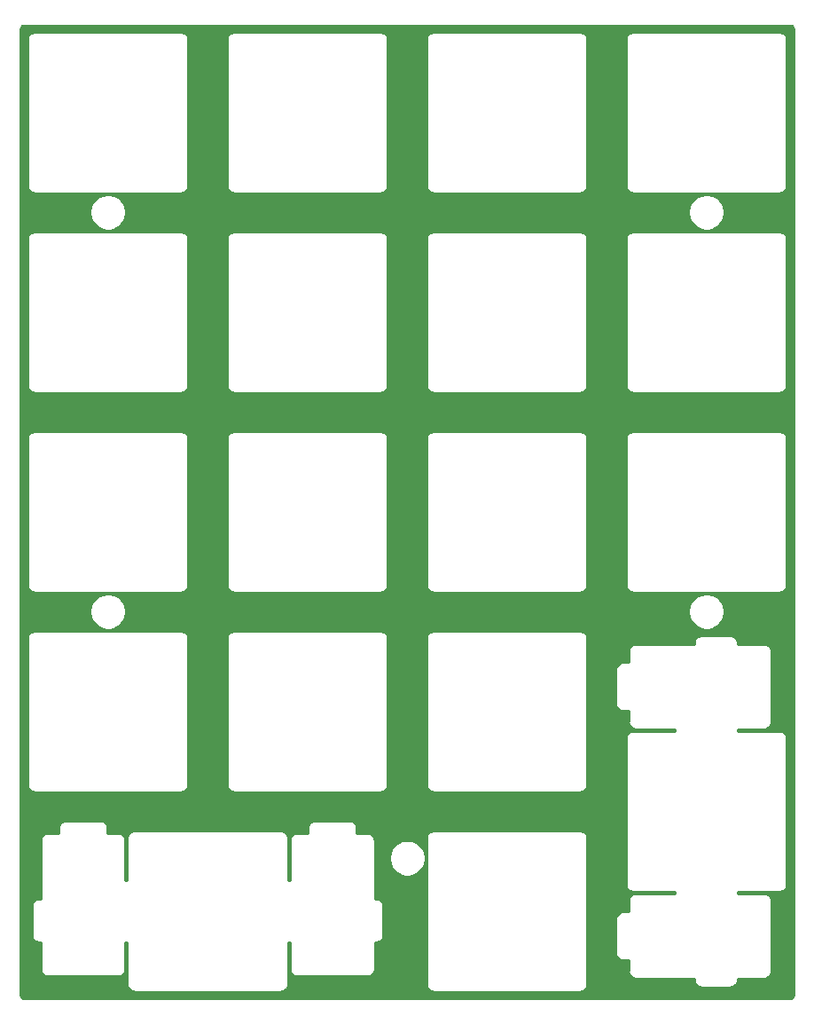
<source format=gbr>
G04 #@! TF.GenerationSoftware,KiCad,Pcbnew,(5.1.7)-1*
G04 #@! TF.CreationDate,2020-12-30T00:14:28-08:00*
G04 #@! TF.ProjectId,plate,706c6174-652e-46b6-9963-61645f706362,rev?*
G04 #@! TF.SameCoordinates,Original*
G04 #@! TF.FileFunction,Copper,L1,Top*
G04 #@! TF.FilePolarity,Positive*
%FSLAX46Y46*%
G04 Gerber Fmt 4.6, Leading zero omitted, Abs format (unit mm)*
G04 Created by KiCad (PCBNEW (5.1.7)-1) date 2020-12-30 00:14:28*
%MOMM*%
%LPD*%
G01*
G04 APERTURE LIST*
G04 #@! TA.AperFunction,ViaPad*
%ADD10C,0.800000*%
G04 #@! TD*
G04 #@! TA.AperFunction,Conductor*
%ADD11C,0.254000*%
G04 #@! TD*
G04 #@! TA.AperFunction,Conductor*
%ADD12C,0.100000*%
G04 #@! TD*
G04 APERTURE END LIST*
D10*
X203606808Y-100297527D03*
D11*
X240216880Y-59842248D02*
X240275119Y-59859831D01*
X240328834Y-59888392D01*
X240375979Y-59926842D01*
X240414757Y-59973717D01*
X240443691Y-60027230D01*
X240461682Y-60085349D01*
X240471334Y-60177180D01*
X240471333Y-152314682D01*
X240462111Y-152408733D01*
X240444527Y-152466974D01*
X240415968Y-152520687D01*
X240377516Y-152567833D01*
X240330643Y-152606610D01*
X240277129Y-152635545D01*
X240219010Y-152653536D01*
X240127188Y-152663187D01*
X167040038Y-152663187D01*
X166945987Y-152653965D01*
X166887746Y-152636381D01*
X166834033Y-152607822D01*
X166786887Y-152569370D01*
X166748110Y-152522497D01*
X166719175Y-152468983D01*
X166701184Y-152410864D01*
X166691533Y-152319042D01*
X166691533Y-143848737D01*
X167742884Y-143848737D01*
X167746199Y-143882394D01*
X167746198Y-146613850D01*
X167742884Y-146647497D01*
X167756110Y-146781780D01*
X167795279Y-146910903D01*
X167858886Y-147029904D01*
X167944487Y-147134208D01*
X168048791Y-147219809D01*
X168167792Y-147283416D01*
X168296915Y-147322585D01*
X168431198Y-147335811D01*
X168464845Y-147332497D01*
X168571659Y-147332497D01*
X168571658Y-149844050D01*
X168568344Y-149877697D01*
X168581570Y-150011980D01*
X168620739Y-150141103D01*
X168684346Y-150260104D01*
X168769947Y-150364408D01*
X168858029Y-150436696D01*
X168874251Y-150450009D01*
X168993252Y-150513616D01*
X169122375Y-150552785D01*
X169256658Y-150566011D01*
X169290305Y-150562697D01*
X175972661Y-150562697D01*
X176006308Y-150566011D01*
X176140591Y-150552785D01*
X176269714Y-150513616D01*
X176388715Y-150450009D01*
X176493019Y-150364408D01*
X176578620Y-150260104D01*
X176642227Y-150141103D01*
X176681396Y-150011980D01*
X176691308Y-149911344D01*
X176691308Y-149911343D01*
X176694622Y-149877697D01*
X176691308Y-149844050D01*
X176691308Y-147332497D01*
X176846808Y-147332497D01*
X176846809Y-151314180D01*
X176843494Y-151347837D01*
X176856720Y-151482120D01*
X176895889Y-151611243D01*
X176959496Y-151730244D01*
X177045097Y-151834548D01*
X177149401Y-151920149D01*
X177268402Y-151983756D01*
X177397525Y-152022925D01*
X177498161Y-152032837D01*
X177531808Y-152036151D01*
X177565455Y-152032837D01*
X191497561Y-152032837D01*
X191531208Y-152036151D01*
X191564855Y-152032837D01*
X191665491Y-152022925D01*
X191794614Y-151983756D01*
X191913615Y-151920149D01*
X192017919Y-151834548D01*
X192103520Y-151730244D01*
X192167127Y-151611243D01*
X192206296Y-151482120D01*
X192219522Y-151347837D01*
X192216208Y-151314190D01*
X192216208Y-147332497D01*
X192371709Y-147332497D01*
X192371708Y-149844050D01*
X192368394Y-149877697D01*
X192381620Y-150011980D01*
X192420789Y-150141103D01*
X192484396Y-150260104D01*
X192569997Y-150364408D01*
X192658079Y-150436696D01*
X192674301Y-150450009D01*
X192793302Y-150513616D01*
X192922425Y-150552785D01*
X193056708Y-150566011D01*
X193090355Y-150562697D01*
X199772761Y-150562697D01*
X199806408Y-150566011D01*
X199940691Y-150552785D01*
X200069814Y-150513616D01*
X200188815Y-150450009D01*
X200293119Y-150364408D01*
X200378720Y-150260104D01*
X200442327Y-150141103D01*
X200481496Y-150011980D01*
X200491408Y-149911344D01*
X200491408Y-149911343D01*
X200494722Y-149877697D01*
X200491408Y-149844050D01*
X200491408Y-147332497D01*
X200598161Y-147332497D01*
X200631808Y-147335811D01*
X200766091Y-147322585D01*
X200895214Y-147283416D01*
X201014215Y-147219809D01*
X201118519Y-147134208D01*
X201204120Y-147029904D01*
X201267727Y-146910903D01*
X201306896Y-146781780D01*
X201316808Y-146681144D01*
X201316808Y-146681143D01*
X201320122Y-146647497D01*
X201316808Y-146613850D01*
X201316808Y-143882383D01*
X201320122Y-143848737D01*
X201306896Y-143714454D01*
X201267727Y-143585331D01*
X201204120Y-143466330D01*
X201118519Y-143362026D01*
X201014215Y-143276425D01*
X200895214Y-143212818D01*
X200766091Y-143173649D01*
X200665455Y-143163737D01*
X200631808Y-143160423D01*
X200598161Y-143163737D01*
X200491408Y-143163737D01*
X200491408Y-139126644D01*
X201871808Y-139126644D01*
X201871808Y-139468410D01*
X201938483Y-139803608D01*
X202069271Y-140119358D01*
X202259145Y-140403525D01*
X202500810Y-140645190D01*
X202784977Y-140835064D01*
X203100727Y-140965852D01*
X203435925Y-141032527D01*
X203777691Y-141032527D01*
X204112889Y-140965852D01*
X204428639Y-140835064D01*
X204712806Y-140645190D01*
X204954471Y-140403525D01*
X205144345Y-140119358D01*
X205275133Y-139803608D01*
X205341808Y-139468410D01*
X205341808Y-139126644D01*
X205275133Y-138791446D01*
X205144345Y-138475696D01*
X204954471Y-138191529D01*
X204712806Y-137949864D01*
X204428639Y-137759990D01*
X204112889Y-137629202D01*
X203777691Y-137562527D01*
X203435925Y-137562527D01*
X203100727Y-137629202D01*
X202784977Y-137759990D01*
X202500810Y-137949864D01*
X202259145Y-138191529D01*
X202069271Y-138475696D01*
X201938483Y-138791446D01*
X201871808Y-139126644D01*
X200491408Y-139126644D01*
X200491408Y-137612313D01*
X200494722Y-137578667D01*
X200481496Y-137444384D01*
X200452373Y-137348377D01*
X205418494Y-137348377D01*
X205421809Y-137382034D01*
X205421808Y-151314190D01*
X205418494Y-151347837D01*
X205431720Y-151482120D01*
X205470889Y-151611243D01*
X205534496Y-151730244D01*
X205620097Y-151834548D01*
X205722433Y-151918534D01*
X205724401Y-151920149D01*
X205843402Y-151983756D01*
X205972525Y-152022925D01*
X206106808Y-152036151D01*
X206140455Y-152032837D01*
X220072461Y-152032837D01*
X220106108Y-152036151D01*
X220240391Y-152022925D01*
X220369514Y-151983756D01*
X220488515Y-151920149D01*
X220592819Y-151834548D01*
X220678420Y-151730244D01*
X220742027Y-151611243D01*
X220781196Y-151482120D01*
X220791108Y-151381484D01*
X220791108Y-151381483D01*
X220794422Y-151347837D01*
X220791108Y-151314190D01*
X220791108Y-137382024D01*
X220794422Y-137348377D01*
X220781196Y-137214094D01*
X220742027Y-137084971D01*
X220678420Y-136965970D01*
X220592819Y-136861666D01*
X220488515Y-136776065D01*
X220369514Y-136712458D01*
X220240391Y-136673289D01*
X220139755Y-136663377D01*
X220106108Y-136660063D01*
X220072461Y-136663377D01*
X206140455Y-136663377D01*
X206106808Y-136660063D01*
X206073161Y-136663377D01*
X205972525Y-136673289D01*
X205843402Y-136712458D01*
X205724401Y-136776065D01*
X205620097Y-136861666D01*
X205534496Y-136965970D01*
X205470889Y-137084971D01*
X205431720Y-137214094D01*
X205418494Y-137348377D01*
X200452373Y-137348377D01*
X200442327Y-137315261D01*
X200378720Y-137196260D01*
X200293119Y-137091956D01*
X200188815Y-137006355D01*
X200069814Y-136942748D01*
X199940691Y-136903579D01*
X199840055Y-136893667D01*
X199806408Y-136890353D01*
X199772761Y-136893667D01*
X198766108Y-136893667D01*
X198766108Y-136412044D01*
X198769422Y-136378397D01*
X198756196Y-136244114D01*
X198717027Y-136114991D01*
X198653420Y-135995990D01*
X198567819Y-135891686D01*
X198463515Y-135806085D01*
X198344514Y-135742478D01*
X198215391Y-135703309D01*
X198114755Y-135693397D01*
X198081108Y-135690083D01*
X198047461Y-135693397D01*
X194815655Y-135693397D01*
X194782008Y-135690083D01*
X194748361Y-135693397D01*
X194647725Y-135703309D01*
X194518602Y-135742478D01*
X194399601Y-135806085D01*
X194295297Y-135891686D01*
X194209696Y-135995990D01*
X194146089Y-136114991D01*
X194106920Y-136244114D01*
X194093694Y-136378397D01*
X194097009Y-136412054D01*
X194097009Y-136893667D01*
X193090355Y-136893667D01*
X193056708Y-136890353D01*
X193023061Y-136893667D01*
X192922425Y-136903579D01*
X192793302Y-136942748D01*
X192674301Y-137006355D01*
X192569997Y-137091956D01*
X192484396Y-137196260D01*
X192420789Y-137315261D01*
X192381620Y-137444384D01*
X192368394Y-137578667D01*
X192371709Y-137612324D01*
X192371708Y-141364007D01*
X192216208Y-141364007D01*
X192216208Y-137382024D01*
X192219522Y-137348377D01*
X192206296Y-137214094D01*
X192167127Y-137084971D01*
X192103520Y-136965970D01*
X192017919Y-136861666D01*
X191913615Y-136776065D01*
X191794614Y-136712458D01*
X191665491Y-136673289D01*
X191564855Y-136663377D01*
X191531208Y-136660063D01*
X191497561Y-136663377D01*
X177565455Y-136663377D01*
X177531808Y-136660063D01*
X177498161Y-136663377D01*
X177397525Y-136673289D01*
X177268402Y-136712458D01*
X177149401Y-136776065D01*
X177045097Y-136861666D01*
X176959496Y-136965970D01*
X176895889Y-137084971D01*
X176856720Y-137214094D01*
X176843494Y-137348377D01*
X176846808Y-137382024D01*
X176846809Y-141364007D01*
X176691308Y-141364007D01*
X176691308Y-137612313D01*
X176694622Y-137578667D01*
X176681396Y-137444384D01*
X176642227Y-137315261D01*
X176578620Y-137196260D01*
X176493019Y-137091956D01*
X176388715Y-137006355D01*
X176269714Y-136942748D01*
X176140591Y-136903579D01*
X176039955Y-136893667D01*
X176006308Y-136890353D01*
X175972661Y-136893667D01*
X174965958Y-136893667D01*
X174965958Y-136412044D01*
X174969272Y-136378397D01*
X174956046Y-136244114D01*
X174916877Y-136114991D01*
X174853270Y-135995990D01*
X174767669Y-135891686D01*
X174663365Y-135806085D01*
X174544364Y-135742478D01*
X174415241Y-135703309D01*
X174314605Y-135693397D01*
X174280958Y-135690083D01*
X174247311Y-135693397D01*
X171015595Y-135693397D01*
X170981948Y-135690083D01*
X170948301Y-135693397D01*
X170847665Y-135703309D01*
X170718542Y-135742478D01*
X170599541Y-135806085D01*
X170495237Y-135891686D01*
X170409636Y-135995990D01*
X170346029Y-136114991D01*
X170306860Y-136244114D01*
X170293634Y-136378397D01*
X170296949Y-136412054D01*
X170296949Y-136893667D01*
X169290305Y-136893667D01*
X169256658Y-136890353D01*
X169223011Y-136893667D01*
X169122375Y-136903579D01*
X168993252Y-136942748D01*
X168874251Y-137006355D01*
X168769947Y-137091956D01*
X168684346Y-137196260D01*
X168620739Y-137315261D01*
X168581570Y-137444384D01*
X168568344Y-137578667D01*
X168571659Y-137612324D01*
X168571658Y-143163737D01*
X168464845Y-143163737D01*
X168431198Y-143160423D01*
X168397551Y-143163737D01*
X168296915Y-143173649D01*
X168167792Y-143212818D01*
X168048791Y-143276425D01*
X167944487Y-143362026D01*
X167858886Y-143466330D01*
X167795279Y-143585331D01*
X167756110Y-143714454D01*
X167742884Y-143848737D01*
X166691533Y-143848737D01*
X166691533Y-118298477D01*
X167318444Y-118298477D01*
X167321759Y-118332134D01*
X167321758Y-132264230D01*
X167318444Y-132297877D01*
X167331670Y-132432160D01*
X167370839Y-132561283D01*
X167434446Y-132680284D01*
X167520047Y-132784588D01*
X167624351Y-132870189D01*
X167743352Y-132933796D01*
X167872475Y-132972965D01*
X168006758Y-132986191D01*
X168040405Y-132982877D01*
X181972661Y-132982877D01*
X182006308Y-132986191D01*
X182140591Y-132972965D01*
X182269714Y-132933796D01*
X182388715Y-132870189D01*
X182493019Y-132784588D01*
X182578620Y-132680284D01*
X182642227Y-132561283D01*
X182681396Y-132432160D01*
X182691308Y-132331524D01*
X182691308Y-132331523D01*
X182694622Y-132297877D01*
X182691308Y-132264230D01*
X182691308Y-118332124D01*
X182694622Y-118298477D01*
X186368494Y-118298477D01*
X186371809Y-118332134D01*
X186371808Y-132264230D01*
X186368494Y-132297877D01*
X186381720Y-132432160D01*
X186420889Y-132561283D01*
X186484496Y-132680284D01*
X186570097Y-132784588D01*
X186674401Y-132870189D01*
X186793402Y-132933796D01*
X186922525Y-132972965D01*
X187056808Y-132986191D01*
X187090455Y-132982877D01*
X201022461Y-132982877D01*
X201056108Y-132986191D01*
X201190391Y-132972965D01*
X201319514Y-132933796D01*
X201438515Y-132870189D01*
X201542819Y-132784588D01*
X201628420Y-132680284D01*
X201692027Y-132561283D01*
X201731196Y-132432160D01*
X201741108Y-132331524D01*
X201741108Y-132331523D01*
X201744422Y-132297877D01*
X201741108Y-132264230D01*
X201741108Y-118332124D01*
X201744422Y-118298477D01*
X205418494Y-118298477D01*
X205421809Y-118332134D01*
X205421808Y-132264230D01*
X205418494Y-132297877D01*
X205431720Y-132432160D01*
X205470889Y-132561283D01*
X205534496Y-132680284D01*
X205620097Y-132784588D01*
X205724401Y-132870189D01*
X205843402Y-132933796D01*
X205972525Y-132972965D01*
X206106808Y-132986191D01*
X206140455Y-132982877D01*
X220072461Y-132982877D01*
X220106108Y-132986191D01*
X220240391Y-132972965D01*
X220369514Y-132933796D01*
X220488515Y-132870189D01*
X220592819Y-132784588D01*
X220678420Y-132680284D01*
X220742027Y-132561283D01*
X220781196Y-132432160D01*
X220791108Y-132331524D01*
X220791108Y-132331523D01*
X220794422Y-132297877D01*
X220791108Y-132264230D01*
X220791108Y-121273577D01*
X223498394Y-121273577D01*
X223501708Y-121307224D01*
X223501709Y-124538920D01*
X223498394Y-124572577D01*
X223511620Y-124706860D01*
X223550789Y-124835983D01*
X223614396Y-124954984D01*
X223699997Y-125059288D01*
X223804301Y-125144889D01*
X223923302Y-125208496D01*
X224052425Y-125247665D01*
X224153061Y-125257577D01*
X224186708Y-125260891D01*
X224220355Y-125257577D01*
X224701808Y-125257577D01*
X224701809Y-126264220D01*
X224698494Y-126297877D01*
X224711720Y-126432160D01*
X224750889Y-126561283D01*
X224814496Y-126680284D01*
X224900097Y-126784588D01*
X225004401Y-126870189D01*
X225123402Y-126933796D01*
X225252525Y-126972965D01*
X225353161Y-126982877D01*
X225386808Y-126986191D01*
X225420455Y-126982877D01*
X229172208Y-126982877D01*
X229172209Y-127138377D01*
X225190455Y-127138377D01*
X225156808Y-127135063D01*
X225123161Y-127138377D01*
X225022525Y-127148289D01*
X224893402Y-127187458D01*
X224774401Y-127251065D01*
X224670097Y-127336666D01*
X224584496Y-127440970D01*
X224520889Y-127559971D01*
X224481720Y-127689094D01*
X224468494Y-127823377D01*
X224471808Y-127857023D01*
X224471809Y-141789220D01*
X224468494Y-141822877D01*
X224481720Y-141957160D01*
X224520889Y-142086283D01*
X224584496Y-142205284D01*
X224670097Y-142309588D01*
X224774401Y-142395189D01*
X224893402Y-142458796D01*
X225022525Y-142497965D01*
X225123161Y-142507877D01*
X225156808Y-142511191D01*
X225190455Y-142507877D01*
X229172208Y-142507877D01*
X229172209Y-142663377D01*
X225420455Y-142663377D01*
X225386808Y-142660063D01*
X225353161Y-142663377D01*
X225252525Y-142673289D01*
X225123402Y-142712458D01*
X225004401Y-142776065D01*
X224900097Y-142861666D01*
X224814496Y-142965970D01*
X224750889Y-143084971D01*
X224711720Y-143214094D01*
X224698494Y-143348377D01*
X224701808Y-143382023D01*
X224701809Y-144388627D01*
X224220355Y-144388627D01*
X224186708Y-144385313D01*
X224153061Y-144388627D01*
X224052425Y-144398539D01*
X223923302Y-144437708D01*
X223804301Y-144501315D01*
X223699997Y-144586916D01*
X223614396Y-144691220D01*
X223550789Y-144810221D01*
X223511620Y-144939344D01*
X223498394Y-145073627D01*
X223501708Y-145107274D01*
X223501709Y-148339010D01*
X223498394Y-148372667D01*
X223511620Y-148506950D01*
X223550789Y-148636073D01*
X223614396Y-148755074D01*
X223699997Y-148859378D01*
X223804301Y-148944979D01*
X223923302Y-149008586D01*
X224052425Y-149047755D01*
X224153061Y-149057667D01*
X224186708Y-149060981D01*
X224220355Y-149057667D01*
X224701808Y-149057667D01*
X224701809Y-150064300D01*
X224698494Y-150097957D01*
X224711720Y-150232240D01*
X224750889Y-150361363D01*
X224814496Y-150480364D01*
X224900097Y-150584668D01*
X225004401Y-150670269D01*
X225123402Y-150733876D01*
X225252525Y-150773045D01*
X225353161Y-150782957D01*
X225386808Y-150786271D01*
X225420455Y-150782957D01*
X230972108Y-150782957D01*
X230972108Y-150889760D01*
X230968794Y-150923407D01*
X230982020Y-151057690D01*
X231021189Y-151186813D01*
X231084796Y-151305814D01*
X231170397Y-151410118D01*
X231274701Y-151495719D01*
X231393702Y-151559326D01*
X231522825Y-151598495D01*
X231623461Y-151608407D01*
X231657108Y-151611721D01*
X231690755Y-151608407D01*
X234423461Y-151608407D01*
X234457108Y-151611721D01*
X234490755Y-151608407D01*
X234591391Y-151598495D01*
X234720514Y-151559326D01*
X234839515Y-151495719D01*
X234943819Y-151410118D01*
X235029420Y-151305814D01*
X235093027Y-151186813D01*
X235132196Y-151057690D01*
X235145422Y-150923407D01*
X235142108Y-150889760D01*
X235142108Y-150782957D01*
X237653461Y-150782957D01*
X237687108Y-150786271D01*
X237720755Y-150782957D01*
X237821391Y-150773045D01*
X237950514Y-150733876D01*
X238069515Y-150670269D01*
X238173819Y-150584668D01*
X238259420Y-150480364D01*
X238323027Y-150361363D01*
X238362196Y-150232240D01*
X238371172Y-150141103D01*
X238372108Y-150131604D01*
X238372108Y-150131603D01*
X238375422Y-150097957D01*
X238372108Y-150064310D01*
X238372108Y-143382023D01*
X238375422Y-143348377D01*
X238362196Y-143214094D01*
X238323027Y-143084971D01*
X238259420Y-142965970D01*
X238173819Y-142861666D01*
X238069515Y-142776065D01*
X237950514Y-142712458D01*
X237821391Y-142673289D01*
X237720755Y-142663377D01*
X237687108Y-142660063D01*
X237653461Y-142663377D01*
X235142108Y-142663377D01*
X235142108Y-142507877D01*
X239122461Y-142507877D01*
X239156108Y-142511191D01*
X239189755Y-142507877D01*
X239290391Y-142497965D01*
X239419514Y-142458796D01*
X239538515Y-142395189D01*
X239642819Y-142309588D01*
X239728420Y-142205284D01*
X239792027Y-142086283D01*
X239831196Y-141957160D01*
X239844422Y-141822877D01*
X239841108Y-141789230D01*
X239841108Y-127857023D01*
X239844422Y-127823377D01*
X239831196Y-127689094D01*
X239792027Y-127559971D01*
X239728420Y-127440970D01*
X239642819Y-127336666D01*
X239538515Y-127251065D01*
X239419514Y-127187458D01*
X239290391Y-127148289D01*
X239189755Y-127138377D01*
X239156108Y-127135063D01*
X239122461Y-127138377D01*
X235142108Y-127138377D01*
X235142108Y-126982877D01*
X237653461Y-126982877D01*
X237687108Y-126986191D01*
X237720755Y-126982877D01*
X237821391Y-126972965D01*
X237950514Y-126933796D01*
X238069515Y-126870189D01*
X238173819Y-126784588D01*
X238259420Y-126680284D01*
X238323027Y-126561283D01*
X238362196Y-126432160D01*
X238375422Y-126297877D01*
X238372108Y-126264230D01*
X238372108Y-119581823D01*
X238375422Y-119548177D01*
X238362196Y-119413894D01*
X238323027Y-119284771D01*
X238259420Y-119165770D01*
X238173819Y-119061466D01*
X238069515Y-118975865D01*
X237950514Y-118912258D01*
X237821391Y-118873089D01*
X237720755Y-118863177D01*
X237687108Y-118859863D01*
X237653461Y-118863177D01*
X235142108Y-118863177D01*
X235142108Y-118756424D01*
X235145422Y-118722777D01*
X235132196Y-118588494D01*
X235093027Y-118459371D01*
X235029420Y-118340370D01*
X234943819Y-118236066D01*
X234839515Y-118150465D01*
X234720514Y-118086858D01*
X234591391Y-118047689D01*
X234490755Y-118037777D01*
X234457108Y-118034463D01*
X234423461Y-118037777D01*
X231690755Y-118037777D01*
X231657108Y-118034463D01*
X231623461Y-118037777D01*
X231522825Y-118047689D01*
X231393702Y-118086858D01*
X231274701Y-118150465D01*
X231170397Y-118236066D01*
X231084796Y-118340370D01*
X231021189Y-118459371D01*
X230982020Y-118588494D01*
X230968794Y-118722777D01*
X230972108Y-118756424D01*
X230972108Y-118863177D01*
X225420455Y-118863177D01*
X225386808Y-118859863D01*
X225353161Y-118863177D01*
X225252525Y-118873089D01*
X225123402Y-118912258D01*
X225004401Y-118975865D01*
X224900097Y-119061466D01*
X224814496Y-119165770D01*
X224750889Y-119284771D01*
X224711720Y-119413894D01*
X224698494Y-119548177D01*
X224701808Y-119581823D01*
X224701809Y-120588577D01*
X224220355Y-120588577D01*
X224186708Y-120585263D01*
X224153061Y-120588577D01*
X224052425Y-120598489D01*
X223923302Y-120637658D01*
X223804301Y-120701265D01*
X223699997Y-120786866D01*
X223614396Y-120891170D01*
X223550789Y-121010171D01*
X223511620Y-121139294D01*
X223498394Y-121273577D01*
X220791108Y-121273577D01*
X220791108Y-118332124D01*
X220794422Y-118298477D01*
X220781196Y-118164194D01*
X220742027Y-118035071D01*
X220678420Y-117916070D01*
X220592819Y-117811766D01*
X220488515Y-117726165D01*
X220369514Y-117662558D01*
X220240391Y-117623389D01*
X220139755Y-117613477D01*
X220106108Y-117610163D01*
X220072461Y-117613477D01*
X206140455Y-117613477D01*
X206106808Y-117610163D01*
X206073161Y-117613477D01*
X205972525Y-117623389D01*
X205843402Y-117662558D01*
X205724401Y-117726165D01*
X205620097Y-117811766D01*
X205534496Y-117916070D01*
X205470889Y-118035071D01*
X205431720Y-118164194D01*
X205418494Y-118298477D01*
X201744422Y-118298477D01*
X201731196Y-118164194D01*
X201692027Y-118035071D01*
X201628420Y-117916070D01*
X201542819Y-117811766D01*
X201438515Y-117726165D01*
X201319514Y-117662558D01*
X201190391Y-117623389D01*
X201089755Y-117613477D01*
X201056108Y-117610163D01*
X201022461Y-117613477D01*
X187090455Y-117613477D01*
X187056808Y-117610163D01*
X187023161Y-117613477D01*
X186922525Y-117623389D01*
X186793402Y-117662558D01*
X186674401Y-117726165D01*
X186570097Y-117811766D01*
X186484496Y-117916070D01*
X186420889Y-118035071D01*
X186381720Y-118164194D01*
X186368494Y-118298477D01*
X182694622Y-118298477D01*
X182681396Y-118164194D01*
X182642227Y-118035071D01*
X182578620Y-117916070D01*
X182493019Y-117811766D01*
X182388715Y-117726165D01*
X182269714Y-117662558D01*
X182140591Y-117623389D01*
X182039955Y-117613477D01*
X182006308Y-117610163D01*
X181972661Y-117613477D01*
X168040405Y-117613477D01*
X168006758Y-117610163D01*
X167973111Y-117613477D01*
X167872475Y-117623389D01*
X167743352Y-117662558D01*
X167624351Y-117726165D01*
X167520047Y-117811766D01*
X167434446Y-117916070D01*
X167370839Y-118035071D01*
X167331670Y-118164194D01*
X167318444Y-118298477D01*
X166691533Y-118298477D01*
X166691533Y-115602144D01*
X173271532Y-115602144D01*
X173271532Y-115943910D01*
X173338207Y-116279108D01*
X173468995Y-116594858D01*
X173658869Y-116879025D01*
X173900534Y-117120690D01*
X174184701Y-117310564D01*
X174500451Y-117441352D01*
X174835649Y-117508027D01*
X175177415Y-117508027D01*
X175512613Y-117441352D01*
X175828363Y-117310564D01*
X176112530Y-117120690D01*
X176354195Y-116879025D01*
X176544069Y-116594858D01*
X176674857Y-116279108D01*
X176741532Y-115943910D01*
X176741532Y-115602144D01*
X230421333Y-115602144D01*
X230421333Y-115943910D01*
X230488008Y-116279108D01*
X230618796Y-116594858D01*
X230808670Y-116879025D01*
X231050335Y-117120690D01*
X231334502Y-117310564D01*
X231650252Y-117441352D01*
X231985450Y-117508027D01*
X232327216Y-117508027D01*
X232662414Y-117441352D01*
X232978164Y-117310564D01*
X233262331Y-117120690D01*
X233503996Y-116879025D01*
X233693870Y-116594858D01*
X233824658Y-116279108D01*
X233891333Y-115943910D01*
X233891333Y-115602144D01*
X233824658Y-115266946D01*
X233693870Y-114951196D01*
X233503996Y-114667029D01*
X233262331Y-114425364D01*
X232978164Y-114235490D01*
X232662414Y-114104702D01*
X232327216Y-114038027D01*
X231985450Y-114038027D01*
X231650252Y-114104702D01*
X231334502Y-114235490D01*
X231050335Y-114425364D01*
X230808670Y-114667029D01*
X230618796Y-114951196D01*
X230488008Y-115266946D01*
X230421333Y-115602144D01*
X176741532Y-115602144D01*
X176674857Y-115266946D01*
X176544069Y-114951196D01*
X176354195Y-114667029D01*
X176112530Y-114425364D01*
X175828363Y-114235490D01*
X175512613Y-114104702D01*
X175177415Y-114038027D01*
X174835649Y-114038027D01*
X174500451Y-114104702D01*
X174184701Y-114235490D01*
X173900534Y-114425364D01*
X173658869Y-114667029D01*
X173468995Y-114951196D01*
X173338207Y-115266946D01*
X173271532Y-115602144D01*
X166691533Y-115602144D01*
X166691533Y-99248377D01*
X167318444Y-99248377D01*
X167321759Y-99282034D01*
X167321758Y-113214030D01*
X167318444Y-113247677D01*
X167331670Y-113381960D01*
X167370839Y-113511083D01*
X167434446Y-113630084D01*
X167520047Y-113734388D01*
X167624351Y-113819989D01*
X167743352Y-113883596D01*
X167872475Y-113922765D01*
X168006758Y-113935991D01*
X168040405Y-113932677D01*
X181972661Y-113932677D01*
X182006308Y-113935991D01*
X182140591Y-113922765D01*
X182269714Y-113883596D01*
X182388715Y-113819989D01*
X182493019Y-113734388D01*
X182578620Y-113630084D01*
X182642227Y-113511083D01*
X182681396Y-113381960D01*
X182691308Y-113281324D01*
X182691308Y-113281323D01*
X182694622Y-113247677D01*
X182691308Y-113214030D01*
X182691308Y-99282024D01*
X182694622Y-99248377D01*
X186368494Y-99248377D01*
X186371809Y-99282034D01*
X186371808Y-113214030D01*
X186368494Y-113247677D01*
X186381720Y-113381960D01*
X186420889Y-113511083D01*
X186484496Y-113630084D01*
X186570097Y-113734388D01*
X186674401Y-113819989D01*
X186793402Y-113883596D01*
X186922525Y-113922765D01*
X187056808Y-113935991D01*
X187090455Y-113932677D01*
X201022461Y-113932677D01*
X201056108Y-113935991D01*
X201190391Y-113922765D01*
X201319514Y-113883596D01*
X201438515Y-113819989D01*
X201542819Y-113734388D01*
X201628420Y-113630084D01*
X201692027Y-113511083D01*
X201731196Y-113381960D01*
X201741108Y-113281324D01*
X201741108Y-113281323D01*
X201744422Y-113247677D01*
X201741108Y-113214030D01*
X201741108Y-99282024D01*
X201744422Y-99248377D01*
X205418494Y-99248377D01*
X205421809Y-99282034D01*
X205421808Y-113214030D01*
X205418494Y-113247677D01*
X205431720Y-113381960D01*
X205470889Y-113511083D01*
X205534496Y-113630084D01*
X205620097Y-113734388D01*
X205724401Y-113819989D01*
X205843402Y-113883596D01*
X205972525Y-113922765D01*
X206106808Y-113935991D01*
X206140455Y-113932677D01*
X220072461Y-113932677D01*
X220106108Y-113935991D01*
X220240391Y-113922765D01*
X220369514Y-113883596D01*
X220488515Y-113819989D01*
X220592819Y-113734388D01*
X220678420Y-113630084D01*
X220742027Y-113511083D01*
X220781196Y-113381960D01*
X220791108Y-113281324D01*
X220791108Y-113281323D01*
X220794422Y-113247677D01*
X220791108Y-113214030D01*
X220791108Y-99282024D01*
X220794422Y-99248377D01*
X224468494Y-99248377D01*
X224471809Y-99282034D01*
X224471808Y-113214030D01*
X224468494Y-113247677D01*
X224481720Y-113381960D01*
X224520889Y-113511083D01*
X224584496Y-113630084D01*
X224670097Y-113734388D01*
X224774401Y-113819989D01*
X224893402Y-113883596D01*
X225022525Y-113922765D01*
X225156808Y-113935991D01*
X225190455Y-113932677D01*
X239122461Y-113932677D01*
X239156108Y-113935991D01*
X239290391Y-113922765D01*
X239419514Y-113883596D01*
X239538515Y-113819989D01*
X239642819Y-113734388D01*
X239728420Y-113630084D01*
X239792027Y-113511083D01*
X239831196Y-113381960D01*
X239841108Y-113281324D01*
X239841108Y-113281323D01*
X239844422Y-113247677D01*
X239841108Y-113214030D01*
X239841108Y-99282024D01*
X239844422Y-99248377D01*
X239831196Y-99114094D01*
X239792027Y-98984971D01*
X239728420Y-98865970D01*
X239642819Y-98761666D01*
X239538515Y-98676065D01*
X239419514Y-98612458D01*
X239290391Y-98573289D01*
X239189755Y-98563377D01*
X239156108Y-98560063D01*
X239122461Y-98563377D01*
X225190455Y-98563377D01*
X225156808Y-98560063D01*
X225123161Y-98563377D01*
X225022525Y-98573289D01*
X224893402Y-98612458D01*
X224774401Y-98676065D01*
X224670097Y-98761666D01*
X224584496Y-98865970D01*
X224520889Y-98984971D01*
X224481720Y-99114094D01*
X224468494Y-99248377D01*
X220794422Y-99248377D01*
X220781196Y-99114094D01*
X220742027Y-98984971D01*
X220678420Y-98865970D01*
X220592819Y-98761666D01*
X220488515Y-98676065D01*
X220369514Y-98612458D01*
X220240391Y-98573289D01*
X220139755Y-98563377D01*
X220106108Y-98560063D01*
X220072461Y-98563377D01*
X206140455Y-98563377D01*
X206106808Y-98560063D01*
X206073161Y-98563377D01*
X205972525Y-98573289D01*
X205843402Y-98612458D01*
X205724401Y-98676065D01*
X205620097Y-98761666D01*
X205534496Y-98865970D01*
X205470889Y-98984971D01*
X205431720Y-99114094D01*
X205418494Y-99248377D01*
X201744422Y-99248377D01*
X201731196Y-99114094D01*
X201692027Y-98984971D01*
X201628420Y-98865970D01*
X201542819Y-98761666D01*
X201438515Y-98676065D01*
X201319514Y-98612458D01*
X201190391Y-98573289D01*
X201089755Y-98563377D01*
X201056108Y-98560063D01*
X201022461Y-98563377D01*
X187090455Y-98563377D01*
X187056808Y-98560063D01*
X187023161Y-98563377D01*
X186922525Y-98573289D01*
X186793402Y-98612458D01*
X186674401Y-98676065D01*
X186570097Y-98761666D01*
X186484496Y-98865970D01*
X186420889Y-98984971D01*
X186381720Y-99114094D01*
X186368494Y-99248377D01*
X182694622Y-99248377D01*
X182681396Y-99114094D01*
X182642227Y-98984971D01*
X182578620Y-98865970D01*
X182493019Y-98761666D01*
X182388715Y-98676065D01*
X182269714Y-98612458D01*
X182140591Y-98573289D01*
X182039955Y-98563377D01*
X182006308Y-98560063D01*
X181972661Y-98563377D01*
X168040405Y-98563377D01*
X168006758Y-98560063D01*
X167973111Y-98563377D01*
X167872475Y-98573289D01*
X167743352Y-98612458D01*
X167624351Y-98676065D01*
X167520047Y-98761666D01*
X167434446Y-98865970D01*
X167370839Y-98984971D01*
X167331670Y-99114094D01*
X167318444Y-99248377D01*
X166691533Y-99248377D01*
X166691533Y-80196977D01*
X167318444Y-80196977D01*
X167321759Y-80230634D01*
X167321758Y-94164030D01*
X167318444Y-94197677D01*
X167331670Y-94331960D01*
X167370839Y-94461083D01*
X167434446Y-94580084D01*
X167520047Y-94684388D01*
X167624351Y-94769989D01*
X167743352Y-94833596D01*
X167872475Y-94872765D01*
X168006758Y-94885991D01*
X168040405Y-94882677D01*
X181972661Y-94882677D01*
X182006308Y-94885991D01*
X182140591Y-94872765D01*
X182269714Y-94833596D01*
X182388715Y-94769989D01*
X182493019Y-94684388D01*
X182578620Y-94580084D01*
X182642227Y-94461083D01*
X182681396Y-94331960D01*
X182691308Y-94231324D01*
X182691308Y-94231323D01*
X182694622Y-94197677D01*
X182691308Y-94164030D01*
X182691308Y-80230624D01*
X182694622Y-80196977D01*
X186368494Y-80196977D01*
X186371809Y-80230634D01*
X186371808Y-94164030D01*
X186368494Y-94197677D01*
X186381720Y-94331960D01*
X186420889Y-94461083D01*
X186484496Y-94580084D01*
X186570097Y-94684388D01*
X186674401Y-94769989D01*
X186793402Y-94833596D01*
X186922525Y-94872765D01*
X187056808Y-94885991D01*
X187090455Y-94882677D01*
X201022461Y-94882677D01*
X201056108Y-94885991D01*
X201190391Y-94872765D01*
X201319514Y-94833596D01*
X201438515Y-94769989D01*
X201542819Y-94684388D01*
X201628420Y-94580084D01*
X201692027Y-94461083D01*
X201731196Y-94331960D01*
X201741108Y-94231324D01*
X201741108Y-94231323D01*
X201744422Y-94197677D01*
X201741108Y-94164030D01*
X201741108Y-80230624D01*
X201744422Y-80196977D01*
X205418494Y-80196977D01*
X205421809Y-80230634D01*
X205421808Y-94164030D01*
X205418494Y-94197677D01*
X205431720Y-94331960D01*
X205470889Y-94461083D01*
X205534496Y-94580084D01*
X205620097Y-94684388D01*
X205724401Y-94769989D01*
X205843402Y-94833596D01*
X205972525Y-94872765D01*
X206106808Y-94885991D01*
X206140455Y-94882677D01*
X220072461Y-94882677D01*
X220106108Y-94885991D01*
X220240391Y-94872765D01*
X220369514Y-94833596D01*
X220488515Y-94769989D01*
X220592819Y-94684388D01*
X220678420Y-94580084D01*
X220742027Y-94461083D01*
X220781196Y-94331960D01*
X220791108Y-94231324D01*
X220791108Y-94231323D01*
X220794422Y-94197677D01*
X220791108Y-94164030D01*
X220791108Y-80230624D01*
X220794422Y-80196977D01*
X224468494Y-80196977D01*
X224471809Y-80230634D01*
X224471808Y-94164030D01*
X224468494Y-94197677D01*
X224481720Y-94331960D01*
X224520889Y-94461083D01*
X224584496Y-94580084D01*
X224670097Y-94684388D01*
X224774401Y-94769989D01*
X224893402Y-94833596D01*
X225022525Y-94872765D01*
X225156808Y-94885991D01*
X225190455Y-94882677D01*
X239122461Y-94882677D01*
X239156108Y-94885991D01*
X239290391Y-94872765D01*
X239419514Y-94833596D01*
X239538515Y-94769989D01*
X239642819Y-94684388D01*
X239728420Y-94580084D01*
X239792027Y-94461083D01*
X239831196Y-94331960D01*
X239841108Y-94231324D01*
X239841108Y-94231323D01*
X239844422Y-94197677D01*
X239841108Y-94164030D01*
X239841108Y-80230624D01*
X239844422Y-80196977D01*
X239831196Y-80062694D01*
X239792027Y-79933571D01*
X239728420Y-79814570D01*
X239642819Y-79710266D01*
X239538515Y-79624665D01*
X239419514Y-79561058D01*
X239290391Y-79521889D01*
X239189755Y-79511977D01*
X239156108Y-79508663D01*
X239122461Y-79511977D01*
X225190455Y-79511977D01*
X225156808Y-79508663D01*
X225123161Y-79511977D01*
X225022525Y-79521889D01*
X224893402Y-79561058D01*
X224774401Y-79624665D01*
X224670097Y-79710266D01*
X224584496Y-79814570D01*
X224520889Y-79933571D01*
X224481720Y-80062694D01*
X224468494Y-80196977D01*
X220794422Y-80196977D01*
X220781196Y-80062694D01*
X220742027Y-79933571D01*
X220678420Y-79814570D01*
X220592819Y-79710266D01*
X220488515Y-79624665D01*
X220369514Y-79561058D01*
X220240391Y-79521889D01*
X220139755Y-79511977D01*
X220106108Y-79508663D01*
X220072461Y-79511977D01*
X206140455Y-79511977D01*
X206106808Y-79508663D01*
X206073161Y-79511977D01*
X205972525Y-79521889D01*
X205843402Y-79561058D01*
X205724401Y-79624665D01*
X205620097Y-79710266D01*
X205534496Y-79814570D01*
X205470889Y-79933571D01*
X205431720Y-80062694D01*
X205418494Y-80196977D01*
X201744422Y-80196977D01*
X201731196Y-80062694D01*
X201692027Y-79933571D01*
X201628420Y-79814570D01*
X201542819Y-79710266D01*
X201438515Y-79624665D01*
X201319514Y-79561058D01*
X201190391Y-79521889D01*
X201089755Y-79511977D01*
X201056108Y-79508663D01*
X201022461Y-79511977D01*
X187090455Y-79511977D01*
X187056808Y-79508663D01*
X187023161Y-79511977D01*
X186922525Y-79521889D01*
X186793402Y-79561058D01*
X186674401Y-79624665D01*
X186570097Y-79710266D01*
X186484496Y-79814570D01*
X186420889Y-79933571D01*
X186381720Y-80062694D01*
X186368494Y-80196977D01*
X182694622Y-80196977D01*
X182681396Y-80062694D01*
X182642227Y-79933571D01*
X182578620Y-79814570D01*
X182493019Y-79710266D01*
X182388715Y-79624665D01*
X182269714Y-79561058D01*
X182140591Y-79521889D01*
X182039955Y-79511977D01*
X182006308Y-79508663D01*
X181972661Y-79511977D01*
X168040405Y-79511977D01*
X168006758Y-79508663D01*
X167973111Y-79511977D01*
X167872475Y-79521889D01*
X167743352Y-79561058D01*
X167624351Y-79624665D01*
X167520047Y-79710266D01*
X167434446Y-79814570D01*
X167370839Y-79933571D01*
X167331670Y-80062694D01*
X167318444Y-80196977D01*
X166691533Y-80196977D01*
X166691533Y-77502144D01*
X173271533Y-77502144D01*
X173271533Y-77843910D01*
X173338208Y-78179108D01*
X173468996Y-78494858D01*
X173658870Y-78779025D01*
X173900535Y-79020690D01*
X174184702Y-79210564D01*
X174500452Y-79341352D01*
X174835650Y-79408027D01*
X175177416Y-79408027D01*
X175512614Y-79341352D01*
X175828364Y-79210564D01*
X176112531Y-79020690D01*
X176354196Y-78779025D01*
X176544070Y-78494858D01*
X176674858Y-78179108D01*
X176741533Y-77843910D01*
X176741533Y-77502144D01*
X230421333Y-77502144D01*
X230421333Y-77843910D01*
X230488008Y-78179108D01*
X230618796Y-78494858D01*
X230808670Y-78779025D01*
X231050335Y-79020690D01*
X231334502Y-79210564D01*
X231650252Y-79341352D01*
X231985450Y-79408027D01*
X232327216Y-79408027D01*
X232662414Y-79341352D01*
X232978164Y-79210564D01*
X233262331Y-79020690D01*
X233503996Y-78779025D01*
X233693870Y-78494858D01*
X233824658Y-78179108D01*
X233891333Y-77843910D01*
X233891333Y-77502144D01*
X233824658Y-77166946D01*
X233693870Y-76851196D01*
X233503996Y-76567029D01*
X233262331Y-76325364D01*
X232978164Y-76135490D01*
X232662414Y-76004702D01*
X232327216Y-75938027D01*
X231985450Y-75938027D01*
X231650252Y-76004702D01*
X231334502Y-76135490D01*
X231050335Y-76325364D01*
X230808670Y-76567029D01*
X230618796Y-76851196D01*
X230488008Y-77166946D01*
X230421333Y-77502144D01*
X176741533Y-77502144D01*
X176674858Y-77166946D01*
X176544070Y-76851196D01*
X176354196Y-76567029D01*
X176112531Y-76325364D01*
X175828364Y-76135490D01*
X175512614Y-76004702D01*
X175177416Y-75938027D01*
X174835650Y-75938027D01*
X174500452Y-76004702D01*
X174184702Y-76135490D01*
X173900535Y-76325364D01*
X173658870Y-76567029D01*
X173468996Y-76851196D01*
X173338208Y-77166946D01*
X173271533Y-77502144D01*
X166691533Y-77502144D01*
X166691533Y-61148377D01*
X167318444Y-61148377D01*
X167321759Y-61182034D01*
X167321758Y-75114030D01*
X167318444Y-75147677D01*
X167331670Y-75281960D01*
X167370839Y-75411083D01*
X167434446Y-75530084D01*
X167520047Y-75634388D01*
X167624351Y-75719989D01*
X167743352Y-75783596D01*
X167872475Y-75822765D01*
X168006758Y-75835991D01*
X168040405Y-75832677D01*
X181972661Y-75832677D01*
X182006308Y-75835991D01*
X182039955Y-75832677D01*
X182140591Y-75822765D01*
X182269714Y-75783596D01*
X182388715Y-75719989D01*
X182493019Y-75634388D01*
X182578620Y-75530084D01*
X182642227Y-75411083D01*
X182681396Y-75281960D01*
X182694622Y-75147677D01*
X182691308Y-75114030D01*
X182691308Y-61182024D01*
X182694622Y-61148377D01*
X186368494Y-61148377D01*
X186371809Y-61182034D01*
X186371808Y-75114030D01*
X186368494Y-75147677D01*
X186381720Y-75281960D01*
X186420889Y-75411083D01*
X186484496Y-75530084D01*
X186570097Y-75634388D01*
X186674401Y-75719989D01*
X186793402Y-75783596D01*
X186922525Y-75822765D01*
X187056808Y-75835991D01*
X187090455Y-75832677D01*
X201022461Y-75832677D01*
X201056108Y-75835991D01*
X201190391Y-75822765D01*
X201319514Y-75783596D01*
X201438515Y-75719989D01*
X201542819Y-75634388D01*
X201628420Y-75530084D01*
X201692027Y-75411083D01*
X201731196Y-75281960D01*
X201741108Y-75181324D01*
X201741108Y-75181323D01*
X201744422Y-75147677D01*
X201741108Y-75114030D01*
X201741108Y-61182024D01*
X201744422Y-61148377D01*
X205418494Y-61148377D01*
X205421809Y-61182034D01*
X205421808Y-75114030D01*
X205418494Y-75147677D01*
X205431720Y-75281960D01*
X205470889Y-75411083D01*
X205534496Y-75530084D01*
X205620097Y-75634388D01*
X205724401Y-75719989D01*
X205843402Y-75783596D01*
X205972525Y-75822765D01*
X206106808Y-75835991D01*
X206140455Y-75832677D01*
X220072461Y-75832677D01*
X220106108Y-75835991D01*
X220240391Y-75822765D01*
X220369514Y-75783596D01*
X220488515Y-75719989D01*
X220592819Y-75634388D01*
X220678420Y-75530084D01*
X220742027Y-75411083D01*
X220781196Y-75281960D01*
X220791108Y-75181324D01*
X220791108Y-75181323D01*
X220794422Y-75147677D01*
X220791108Y-75114030D01*
X220791108Y-61182024D01*
X220794422Y-61148377D01*
X224468494Y-61148377D01*
X224471809Y-61182034D01*
X224471808Y-75114030D01*
X224468494Y-75147677D01*
X224481720Y-75281960D01*
X224520889Y-75411083D01*
X224584496Y-75530084D01*
X224670097Y-75634388D01*
X224774401Y-75719989D01*
X224893402Y-75783596D01*
X225022525Y-75822765D01*
X225156808Y-75835991D01*
X225190455Y-75832677D01*
X239122461Y-75832677D01*
X239156108Y-75835991D01*
X239189755Y-75832677D01*
X239290391Y-75822765D01*
X239419514Y-75783596D01*
X239538515Y-75719989D01*
X239642819Y-75634388D01*
X239728420Y-75530084D01*
X239792027Y-75411083D01*
X239831196Y-75281960D01*
X239844422Y-75147677D01*
X239841108Y-75114030D01*
X239841108Y-61182024D01*
X239844422Y-61148377D01*
X239831196Y-61014094D01*
X239792027Y-60884971D01*
X239728420Y-60765970D01*
X239642819Y-60661666D01*
X239538515Y-60576065D01*
X239419514Y-60512458D01*
X239290391Y-60473289D01*
X239189755Y-60463377D01*
X239156108Y-60460063D01*
X239122461Y-60463377D01*
X225190455Y-60463377D01*
X225156808Y-60460063D01*
X225123161Y-60463377D01*
X225022525Y-60473289D01*
X224893402Y-60512458D01*
X224774401Y-60576065D01*
X224670097Y-60661666D01*
X224584496Y-60765970D01*
X224520889Y-60884971D01*
X224481720Y-61014094D01*
X224468494Y-61148377D01*
X220794422Y-61148377D01*
X220781196Y-61014094D01*
X220742027Y-60884971D01*
X220678420Y-60765970D01*
X220592819Y-60661666D01*
X220488515Y-60576065D01*
X220369514Y-60512458D01*
X220240391Y-60473289D01*
X220139755Y-60463377D01*
X220106108Y-60460063D01*
X220072461Y-60463377D01*
X206140455Y-60463377D01*
X206106808Y-60460063D01*
X206073161Y-60463377D01*
X205972525Y-60473289D01*
X205843402Y-60512458D01*
X205724401Y-60576065D01*
X205620097Y-60661666D01*
X205534496Y-60765970D01*
X205470889Y-60884971D01*
X205431720Y-61014094D01*
X205418494Y-61148377D01*
X201744422Y-61148377D01*
X201731196Y-61014094D01*
X201692027Y-60884971D01*
X201628420Y-60765970D01*
X201542819Y-60661666D01*
X201438515Y-60576065D01*
X201319514Y-60512458D01*
X201190391Y-60473289D01*
X201089755Y-60463377D01*
X201056108Y-60460063D01*
X201022461Y-60463377D01*
X187090455Y-60463377D01*
X187056808Y-60460063D01*
X187023161Y-60463377D01*
X186922525Y-60473289D01*
X186793402Y-60512458D01*
X186674401Y-60576065D01*
X186570097Y-60661666D01*
X186484496Y-60765970D01*
X186420889Y-60884971D01*
X186381720Y-61014094D01*
X186368494Y-61148377D01*
X182694622Y-61148377D01*
X182681396Y-61014094D01*
X182642227Y-60884971D01*
X182578620Y-60765970D01*
X182493019Y-60661666D01*
X182388715Y-60576065D01*
X182269714Y-60512458D01*
X182140591Y-60473289D01*
X182039955Y-60463377D01*
X182006308Y-60460063D01*
X181972661Y-60463377D01*
X168040405Y-60463377D01*
X168006758Y-60460063D01*
X167973111Y-60463377D01*
X167872475Y-60473289D01*
X167743352Y-60512458D01*
X167624351Y-60576065D01*
X167520047Y-60661666D01*
X167434446Y-60765970D01*
X167370839Y-60884971D01*
X167331670Y-61014094D01*
X167318444Y-61148377D01*
X166691533Y-61148377D01*
X166691533Y-60181531D01*
X166700755Y-60087479D01*
X166718338Y-60029240D01*
X166746899Y-59975525D01*
X166785349Y-59928380D01*
X166832224Y-59889602D01*
X166885737Y-59860668D01*
X166943856Y-59842677D01*
X167035678Y-59833026D01*
X240122828Y-59833026D01*
X240216880Y-59842248D01*
G04 #@! TA.AperFunction,Conductor*
D12*
G36*
X240216880Y-59842248D02*
G01*
X240275119Y-59859831D01*
X240328834Y-59888392D01*
X240375979Y-59926842D01*
X240414757Y-59973717D01*
X240443691Y-60027230D01*
X240461682Y-60085349D01*
X240471334Y-60177180D01*
X240471333Y-152314682D01*
X240462111Y-152408733D01*
X240444527Y-152466974D01*
X240415968Y-152520687D01*
X240377516Y-152567833D01*
X240330643Y-152606610D01*
X240277129Y-152635545D01*
X240219010Y-152653536D01*
X240127188Y-152663187D01*
X167040038Y-152663187D01*
X166945987Y-152653965D01*
X166887746Y-152636381D01*
X166834033Y-152607822D01*
X166786887Y-152569370D01*
X166748110Y-152522497D01*
X166719175Y-152468983D01*
X166701184Y-152410864D01*
X166691533Y-152319042D01*
X166691533Y-143848737D01*
X167742884Y-143848737D01*
X167746199Y-143882394D01*
X167746198Y-146613850D01*
X167742884Y-146647497D01*
X167756110Y-146781780D01*
X167795279Y-146910903D01*
X167858886Y-147029904D01*
X167944487Y-147134208D01*
X168048791Y-147219809D01*
X168167792Y-147283416D01*
X168296915Y-147322585D01*
X168431198Y-147335811D01*
X168464845Y-147332497D01*
X168571659Y-147332497D01*
X168571658Y-149844050D01*
X168568344Y-149877697D01*
X168581570Y-150011980D01*
X168620739Y-150141103D01*
X168684346Y-150260104D01*
X168769947Y-150364408D01*
X168858029Y-150436696D01*
X168874251Y-150450009D01*
X168993252Y-150513616D01*
X169122375Y-150552785D01*
X169256658Y-150566011D01*
X169290305Y-150562697D01*
X175972661Y-150562697D01*
X176006308Y-150566011D01*
X176140591Y-150552785D01*
X176269714Y-150513616D01*
X176388715Y-150450009D01*
X176493019Y-150364408D01*
X176578620Y-150260104D01*
X176642227Y-150141103D01*
X176681396Y-150011980D01*
X176691308Y-149911344D01*
X176691308Y-149911343D01*
X176694622Y-149877697D01*
X176691308Y-149844050D01*
X176691308Y-147332497D01*
X176846808Y-147332497D01*
X176846809Y-151314180D01*
X176843494Y-151347837D01*
X176856720Y-151482120D01*
X176895889Y-151611243D01*
X176959496Y-151730244D01*
X177045097Y-151834548D01*
X177149401Y-151920149D01*
X177268402Y-151983756D01*
X177397525Y-152022925D01*
X177498161Y-152032837D01*
X177531808Y-152036151D01*
X177565455Y-152032837D01*
X191497561Y-152032837D01*
X191531208Y-152036151D01*
X191564855Y-152032837D01*
X191665491Y-152022925D01*
X191794614Y-151983756D01*
X191913615Y-151920149D01*
X192017919Y-151834548D01*
X192103520Y-151730244D01*
X192167127Y-151611243D01*
X192206296Y-151482120D01*
X192219522Y-151347837D01*
X192216208Y-151314190D01*
X192216208Y-147332497D01*
X192371709Y-147332497D01*
X192371708Y-149844050D01*
X192368394Y-149877697D01*
X192381620Y-150011980D01*
X192420789Y-150141103D01*
X192484396Y-150260104D01*
X192569997Y-150364408D01*
X192658079Y-150436696D01*
X192674301Y-150450009D01*
X192793302Y-150513616D01*
X192922425Y-150552785D01*
X193056708Y-150566011D01*
X193090355Y-150562697D01*
X199772761Y-150562697D01*
X199806408Y-150566011D01*
X199940691Y-150552785D01*
X200069814Y-150513616D01*
X200188815Y-150450009D01*
X200293119Y-150364408D01*
X200378720Y-150260104D01*
X200442327Y-150141103D01*
X200481496Y-150011980D01*
X200491408Y-149911344D01*
X200491408Y-149911343D01*
X200494722Y-149877697D01*
X200491408Y-149844050D01*
X200491408Y-147332497D01*
X200598161Y-147332497D01*
X200631808Y-147335811D01*
X200766091Y-147322585D01*
X200895214Y-147283416D01*
X201014215Y-147219809D01*
X201118519Y-147134208D01*
X201204120Y-147029904D01*
X201267727Y-146910903D01*
X201306896Y-146781780D01*
X201316808Y-146681144D01*
X201316808Y-146681143D01*
X201320122Y-146647497D01*
X201316808Y-146613850D01*
X201316808Y-143882383D01*
X201320122Y-143848737D01*
X201306896Y-143714454D01*
X201267727Y-143585331D01*
X201204120Y-143466330D01*
X201118519Y-143362026D01*
X201014215Y-143276425D01*
X200895214Y-143212818D01*
X200766091Y-143173649D01*
X200665455Y-143163737D01*
X200631808Y-143160423D01*
X200598161Y-143163737D01*
X200491408Y-143163737D01*
X200491408Y-139126644D01*
X201871808Y-139126644D01*
X201871808Y-139468410D01*
X201938483Y-139803608D01*
X202069271Y-140119358D01*
X202259145Y-140403525D01*
X202500810Y-140645190D01*
X202784977Y-140835064D01*
X203100727Y-140965852D01*
X203435925Y-141032527D01*
X203777691Y-141032527D01*
X204112889Y-140965852D01*
X204428639Y-140835064D01*
X204712806Y-140645190D01*
X204954471Y-140403525D01*
X205144345Y-140119358D01*
X205275133Y-139803608D01*
X205341808Y-139468410D01*
X205341808Y-139126644D01*
X205275133Y-138791446D01*
X205144345Y-138475696D01*
X204954471Y-138191529D01*
X204712806Y-137949864D01*
X204428639Y-137759990D01*
X204112889Y-137629202D01*
X203777691Y-137562527D01*
X203435925Y-137562527D01*
X203100727Y-137629202D01*
X202784977Y-137759990D01*
X202500810Y-137949864D01*
X202259145Y-138191529D01*
X202069271Y-138475696D01*
X201938483Y-138791446D01*
X201871808Y-139126644D01*
X200491408Y-139126644D01*
X200491408Y-137612313D01*
X200494722Y-137578667D01*
X200481496Y-137444384D01*
X200452373Y-137348377D01*
X205418494Y-137348377D01*
X205421809Y-137382034D01*
X205421808Y-151314190D01*
X205418494Y-151347837D01*
X205431720Y-151482120D01*
X205470889Y-151611243D01*
X205534496Y-151730244D01*
X205620097Y-151834548D01*
X205722433Y-151918534D01*
X205724401Y-151920149D01*
X205843402Y-151983756D01*
X205972525Y-152022925D01*
X206106808Y-152036151D01*
X206140455Y-152032837D01*
X220072461Y-152032837D01*
X220106108Y-152036151D01*
X220240391Y-152022925D01*
X220369514Y-151983756D01*
X220488515Y-151920149D01*
X220592819Y-151834548D01*
X220678420Y-151730244D01*
X220742027Y-151611243D01*
X220781196Y-151482120D01*
X220791108Y-151381484D01*
X220791108Y-151381483D01*
X220794422Y-151347837D01*
X220791108Y-151314190D01*
X220791108Y-137382024D01*
X220794422Y-137348377D01*
X220781196Y-137214094D01*
X220742027Y-137084971D01*
X220678420Y-136965970D01*
X220592819Y-136861666D01*
X220488515Y-136776065D01*
X220369514Y-136712458D01*
X220240391Y-136673289D01*
X220139755Y-136663377D01*
X220106108Y-136660063D01*
X220072461Y-136663377D01*
X206140455Y-136663377D01*
X206106808Y-136660063D01*
X206073161Y-136663377D01*
X205972525Y-136673289D01*
X205843402Y-136712458D01*
X205724401Y-136776065D01*
X205620097Y-136861666D01*
X205534496Y-136965970D01*
X205470889Y-137084971D01*
X205431720Y-137214094D01*
X205418494Y-137348377D01*
X200452373Y-137348377D01*
X200442327Y-137315261D01*
X200378720Y-137196260D01*
X200293119Y-137091956D01*
X200188815Y-137006355D01*
X200069814Y-136942748D01*
X199940691Y-136903579D01*
X199840055Y-136893667D01*
X199806408Y-136890353D01*
X199772761Y-136893667D01*
X198766108Y-136893667D01*
X198766108Y-136412044D01*
X198769422Y-136378397D01*
X198756196Y-136244114D01*
X198717027Y-136114991D01*
X198653420Y-135995990D01*
X198567819Y-135891686D01*
X198463515Y-135806085D01*
X198344514Y-135742478D01*
X198215391Y-135703309D01*
X198114755Y-135693397D01*
X198081108Y-135690083D01*
X198047461Y-135693397D01*
X194815655Y-135693397D01*
X194782008Y-135690083D01*
X194748361Y-135693397D01*
X194647725Y-135703309D01*
X194518602Y-135742478D01*
X194399601Y-135806085D01*
X194295297Y-135891686D01*
X194209696Y-135995990D01*
X194146089Y-136114991D01*
X194106920Y-136244114D01*
X194093694Y-136378397D01*
X194097009Y-136412054D01*
X194097009Y-136893667D01*
X193090355Y-136893667D01*
X193056708Y-136890353D01*
X193023061Y-136893667D01*
X192922425Y-136903579D01*
X192793302Y-136942748D01*
X192674301Y-137006355D01*
X192569997Y-137091956D01*
X192484396Y-137196260D01*
X192420789Y-137315261D01*
X192381620Y-137444384D01*
X192368394Y-137578667D01*
X192371709Y-137612324D01*
X192371708Y-141364007D01*
X192216208Y-141364007D01*
X192216208Y-137382024D01*
X192219522Y-137348377D01*
X192206296Y-137214094D01*
X192167127Y-137084971D01*
X192103520Y-136965970D01*
X192017919Y-136861666D01*
X191913615Y-136776065D01*
X191794614Y-136712458D01*
X191665491Y-136673289D01*
X191564855Y-136663377D01*
X191531208Y-136660063D01*
X191497561Y-136663377D01*
X177565455Y-136663377D01*
X177531808Y-136660063D01*
X177498161Y-136663377D01*
X177397525Y-136673289D01*
X177268402Y-136712458D01*
X177149401Y-136776065D01*
X177045097Y-136861666D01*
X176959496Y-136965970D01*
X176895889Y-137084971D01*
X176856720Y-137214094D01*
X176843494Y-137348377D01*
X176846808Y-137382024D01*
X176846809Y-141364007D01*
X176691308Y-141364007D01*
X176691308Y-137612313D01*
X176694622Y-137578667D01*
X176681396Y-137444384D01*
X176642227Y-137315261D01*
X176578620Y-137196260D01*
X176493019Y-137091956D01*
X176388715Y-137006355D01*
X176269714Y-136942748D01*
X176140591Y-136903579D01*
X176039955Y-136893667D01*
X176006308Y-136890353D01*
X175972661Y-136893667D01*
X174965958Y-136893667D01*
X174965958Y-136412044D01*
X174969272Y-136378397D01*
X174956046Y-136244114D01*
X174916877Y-136114991D01*
X174853270Y-135995990D01*
X174767669Y-135891686D01*
X174663365Y-135806085D01*
X174544364Y-135742478D01*
X174415241Y-135703309D01*
X174314605Y-135693397D01*
X174280958Y-135690083D01*
X174247311Y-135693397D01*
X171015595Y-135693397D01*
X170981948Y-135690083D01*
X170948301Y-135693397D01*
X170847665Y-135703309D01*
X170718542Y-135742478D01*
X170599541Y-135806085D01*
X170495237Y-135891686D01*
X170409636Y-135995990D01*
X170346029Y-136114991D01*
X170306860Y-136244114D01*
X170293634Y-136378397D01*
X170296949Y-136412054D01*
X170296949Y-136893667D01*
X169290305Y-136893667D01*
X169256658Y-136890353D01*
X169223011Y-136893667D01*
X169122375Y-136903579D01*
X168993252Y-136942748D01*
X168874251Y-137006355D01*
X168769947Y-137091956D01*
X168684346Y-137196260D01*
X168620739Y-137315261D01*
X168581570Y-137444384D01*
X168568344Y-137578667D01*
X168571659Y-137612324D01*
X168571658Y-143163737D01*
X168464845Y-143163737D01*
X168431198Y-143160423D01*
X168397551Y-143163737D01*
X168296915Y-143173649D01*
X168167792Y-143212818D01*
X168048791Y-143276425D01*
X167944487Y-143362026D01*
X167858886Y-143466330D01*
X167795279Y-143585331D01*
X167756110Y-143714454D01*
X167742884Y-143848737D01*
X166691533Y-143848737D01*
X166691533Y-118298477D01*
X167318444Y-118298477D01*
X167321759Y-118332134D01*
X167321758Y-132264230D01*
X167318444Y-132297877D01*
X167331670Y-132432160D01*
X167370839Y-132561283D01*
X167434446Y-132680284D01*
X167520047Y-132784588D01*
X167624351Y-132870189D01*
X167743352Y-132933796D01*
X167872475Y-132972965D01*
X168006758Y-132986191D01*
X168040405Y-132982877D01*
X181972661Y-132982877D01*
X182006308Y-132986191D01*
X182140591Y-132972965D01*
X182269714Y-132933796D01*
X182388715Y-132870189D01*
X182493019Y-132784588D01*
X182578620Y-132680284D01*
X182642227Y-132561283D01*
X182681396Y-132432160D01*
X182691308Y-132331524D01*
X182691308Y-132331523D01*
X182694622Y-132297877D01*
X182691308Y-132264230D01*
X182691308Y-118332124D01*
X182694622Y-118298477D01*
X186368494Y-118298477D01*
X186371809Y-118332134D01*
X186371808Y-132264230D01*
X186368494Y-132297877D01*
X186381720Y-132432160D01*
X186420889Y-132561283D01*
X186484496Y-132680284D01*
X186570097Y-132784588D01*
X186674401Y-132870189D01*
X186793402Y-132933796D01*
X186922525Y-132972965D01*
X187056808Y-132986191D01*
X187090455Y-132982877D01*
X201022461Y-132982877D01*
X201056108Y-132986191D01*
X201190391Y-132972965D01*
X201319514Y-132933796D01*
X201438515Y-132870189D01*
X201542819Y-132784588D01*
X201628420Y-132680284D01*
X201692027Y-132561283D01*
X201731196Y-132432160D01*
X201741108Y-132331524D01*
X201741108Y-132331523D01*
X201744422Y-132297877D01*
X201741108Y-132264230D01*
X201741108Y-118332124D01*
X201744422Y-118298477D01*
X205418494Y-118298477D01*
X205421809Y-118332134D01*
X205421808Y-132264230D01*
X205418494Y-132297877D01*
X205431720Y-132432160D01*
X205470889Y-132561283D01*
X205534496Y-132680284D01*
X205620097Y-132784588D01*
X205724401Y-132870189D01*
X205843402Y-132933796D01*
X205972525Y-132972965D01*
X206106808Y-132986191D01*
X206140455Y-132982877D01*
X220072461Y-132982877D01*
X220106108Y-132986191D01*
X220240391Y-132972965D01*
X220369514Y-132933796D01*
X220488515Y-132870189D01*
X220592819Y-132784588D01*
X220678420Y-132680284D01*
X220742027Y-132561283D01*
X220781196Y-132432160D01*
X220791108Y-132331524D01*
X220791108Y-132331523D01*
X220794422Y-132297877D01*
X220791108Y-132264230D01*
X220791108Y-121273577D01*
X223498394Y-121273577D01*
X223501708Y-121307224D01*
X223501709Y-124538920D01*
X223498394Y-124572577D01*
X223511620Y-124706860D01*
X223550789Y-124835983D01*
X223614396Y-124954984D01*
X223699997Y-125059288D01*
X223804301Y-125144889D01*
X223923302Y-125208496D01*
X224052425Y-125247665D01*
X224153061Y-125257577D01*
X224186708Y-125260891D01*
X224220355Y-125257577D01*
X224701808Y-125257577D01*
X224701809Y-126264220D01*
X224698494Y-126297877D01*
X224711720Y-126432160D01*
X224750889Y-126561283D01*
X224814496Y-126680284D01*
X224900097Y-126784588D01*
X225004401Y-126870189D01*
X225123402Y-126933796D01*
X225252525Y-126972965D01*
X225353161Y-126982877D01*
X225386808Y-126986191D01*
X225420455Y-126982877D01*
X229172208Y-126982877D01*
X229172209Y-127138377D01*
X225190455Y-127138377D01*
X225156808Y-127135063D01*
X225123161Y-127138377D01*
X225022525Y-127148289D01*
X224893402Y-127187458D01*
X224774401Y-127251065D01*
X224670097Y-127336666D01*
X224584496Y-127440970D01*
X224520889Y-127559971D01*
X224481720Y-127689094D01*
X224468494Y-127823377D01*
X224471808Y-127857023D01*
X224471809Y-141789220D01*
X224468494Y-141822877D01*
X224481720Y-141957160D01*
X224520889Y-142086283D01*
X224584496Y-142205284D01*
X224670097Y-142309588D01*
X224774401Y-142395189D01*
X224893402Y-142458796D01*
X225022525Y-142497965D01*
X225123161Y-142507877D01*
X225156808Y-142511191D01*
X225190455Y-142507877D01*
X229172208Y-142507877D01*
X229172209Y-142663377D01*
X225420455Y-142663377D01*
X225386808Y-142660063D01*
X225353161Y-142663377D01*
X225252525Y-142673289D01*
X225123402Y-142712458D01*
X225004401Y-142776065D01*
X224900097Y-142861666D01*
X224814496Y-142965970D01*
X224750889Y-143084971D01*
X224711720Y-143214094D01*
X224698494Y-143348377D01*
X224701808Y-143382023D01*
X224701809Y-144388627D01*
X224220355Y-144388627D01*
X224186708Y-144385313D01*
X224153061Y-144388627D01*
X224052425Y-144398539D01*
X223923302Y-144437708D01*
X223804301Y-144501315D01*
X223699997Y-144586916D01*
X223614396Y-144691220D01*
X223550789Y-144810221D01*
X223511620Y-144939344D01*
X223498394Y-145073627D01*
X223501708Y-145107274D01*
X223501709Y-148339010D01*
X223498394Y-148372667D01*
X223511620Y-148506950D01*
X223550789Y-148636073D01*
X223614396Y-148755074D01*
X223699997Y-148859378D01*
X223804301Y-148944979D01*
X223923302Y-149008586D01*
X224052425Y-149047755D01*
X224153061Y-149057667D01*
X224186708Y-149060981D01*
X224220355Y-149057667D01*
X224701808Y-149057667D01*
X224701809Y-150064300D01*
X224698494Y-150097957D01*
X224711720Y-150232240D01*
X224750889Y-150361363D01*
X224814496Y-150480364D01*
X224900097Y-150584668D01*
X225004401Y-150670269D01*
X225123402Y-150733876D01*
X225252525Y-150773045D01*
X225353161Y-150782957D01*
X225386808Y-150786271D01*
X225420455Y-150782957D01*
X230972108Y-150782957D01*
X230972108Y-150889760D01*
X230968794Y-150923407D01*
X230982020Y-151057690D01*
X231021189Y-151186813D01*
X231084796Y-151305814D01*
X231170397Y-151410118D01*
X231274701Y-151495719D01*
X231393702Y-151559326D01*
X231522825Y-151598495D01*
X231623461Y-151608407D01*
X231657108Y-151611721D01*
X231690755Y-151608407D01*
X234423461Y-151608407D01*
X234457108Y-151611721D01*
X234490755Y-151608407D01*
X234591391Y-151598495D01*
X234720514Y-151559326D01*
X234839515Y-151495719D01*
X234943819Y-151410118D01*
X235029420Y-151305814D01*
X235093027Y-151186813D01*
X235132196Y-151057690D01*
X235145422Y-150923407D01*
X235142108Y-150889760D01*
X235142108Y-150782957D01*
X237653461Y-150782957D01*
X237687108Y-150786271D01*
X237720755Y-150782957D01*
X237821391Y-150773045D01*
X237950514Y-150733876D01*
X238069515Y-150670269D01*
X238173819Y-150584668D01*
X238259420Y-150480364D01*
X238323027Y-150361363D01*
X238362196Y-150232240D01*
X238371172Y-150141103D01*
X238372108Y-150131604D01*
X238372108Y-150131603D01*
X238375422Y-150097957D01*
X238372108Y-150064310D01*
X238372108Y-143382023D01*
X238375422Y-143348377D01*
X238362196Y-143214094D01*
X238323027Y-143084971D01*
X238259420Y-142965970D01*
X238173819Y-142861666D01*
X238069515Y-142776065D01*
X237950514Y-142712458D01*
X237821391Y-142673289D01*
X237720755Y-142663377D01*
X237687108Y-142660063D01*
X237653461Y-142663377D01*
X235142108Y-142663377D01*
X235142108Y-142507877D01*
X239122461Y-142507877D01*
X239156108Y-142511191D01*
X239189755Y-142507877D01*
X239290391Y-142497965D01*
X239419514Y-142458796D01*
X239538515Y-142395189D01*
X239642819Y-142309588D01*
X239728420Y-142205284D01*
X239792027Y-142086283D01*
X239831196Y-141957160D01*
X239844422Y-141822877D01*
X239841108Y-141789230D01*
X239841108Y-127857023D01*
X239844422Y-127823377D01*
X239831196Y-127689094D01*
X239792027Y-127559971D01*
X239728420Y-127440970D01*
X239642819Y-127336666D01*
X239538515Y-127251065D01*
X239419514Y-127187458D01*
X239290391Y-127148289D01*
X239189755Y-127138377D01*
X239156108Y-127135063D01*
X239122461Y-127138377D01*
X235142108Y-127138377D01*
X235142108Y-126982877D01*
X237653461Y-126982877D01*
X237687108Y-126986191D01*
X237720755Y-126982877D01*
X237821391Y-126972965D01*
X237950514Y-126933796D01*
X238069515Y-126870189D01*
X238173819Y-126784588D01*
X238259420Y-126680284D01*
X238323027Y-126561283D01*
X238362196Y-126432160D01*
X238375422Y-126297877D01*
X238372108Y-126264230D01*
X238372108Y-119581823D01*
X238375422Y-119548177D01*
X238362196Y-119413894D01*
X238323027Y-119284771D01*
X238259420Y-119165770D01*
X238173819Y-119061466D01*
X238069515Y-118975865D01*
X237950514Y-118912258D01*
X237821391Y-118873089D01*
X237720755Y-118863177D01*
X237687108Y-118859863D01*
X237653461Y-118863177D01*
X235142108Y-118863177D01*
X235142108Y-118756424D01*
X235145422Y-118722777D01*
X235132196Y-118588494D01*
X235093027Y-118459371D01*
X235029420Y-118340370D01*
X234943819Y-118236066D01*
X234839515Y-118150465D01*
X234720514Y-118086858D01*
X234591391Y-118047689D01*
X234490755Y-118037777D01*
X234457108Y-118034463D01*
X234423461Y-118037777D01*
X231690755Y-118037777D01*
X231657108Y-118034463D01*
X231623461Y-118037777D01*
X231522825Y-118047689D01*
X231393702Y-118086858D01*
X231274701Y-118150465D01*
X231170397Y-118236066D01*
X231084796Y-118340370D01*
X231021189Y-118459371D01*
X230982020Y-118588494D01*
X230968794Y-118722777D01*
X230972108Y-118756424D01*
X230972108Y-118863177D01*
X225420455Y-118863177D01*
X225386808Y-118859863D01*
X225353161Y-118863177D01*
X225252525Y-118873089D01*
X225123402Y-118912258D01*
X225004401Y-118975865D01*
X224900097Y-119061466D01*
X224814496Y-119165770D01*
X224750889Y-119284771D01*
X224711720Y-119413894D01*
X224698494Y-119548177D01*
X224701808Y-119581823D01*
X224701809Y-120588577D01*
X224220355Y-120588577D01*
X224186708Y-120585263D01*
X224153061Y-120588577D01*
X224052425Y-120598489D01*
X223923302Y-120637658D01*
X223804301Y-120701265D01*
X223699997Y-120786866D01*
X223614396Y-120891170D01*
X223550789Y-121010171D01*
X223511620Y-121139294D01*
X223498394Y-121273577D01*
X220791108Y-121273577D01*
X220791108Y-118332124D01*
X220794422Y-118298477D01*
X220781196Y-118164194D01*
X220742027Y-118035071D01*
X220678420Y-117916070D01*
X220592819Y-117811766D01*
X220488515Y-117726165D01*
X220369514Y-117662558D01*
X220240391Y-117623389D01*
X220139755Y-117613477D01*
X220106108Y-117610163D01*
X220072461Y-117613477D01*
X206140455Y-117613477D01*
X206106808Y-117610163D01*
X206073161Y-117613477D01*
X205972525Y-117623389D01*
X205843402Y-117662558D01*
X205724401Y-117726165D01*
X205620097Y-117811766D01*
X205534496Y-117916070D01*
X205470889Y-118035071D01*
X205431720Y-118164194D01*
X205418494Y-118298477D01*
X201744422Y-118298477D01*
X201731196Y-118164194D01*
X201692027Y-118035071D01*
X201628420Y-117916070D01*
X201542819Y-117811766D01*
X201438515Y-117726165D01*
X201319514Y-117662558D01*
X201190391Y-117623389D01*
X201089755Y-117613477D01*
X201056108Y-117610163D01*
X201022461Y-117613477D01*
X187090455Y-117613477D01*
X187056808Y-117610163D01*
X187023161Y-117613477D01*
X186922525Y-117623389D01*
X186793402Y-117662558D01*
X186674401Y-117726165D01*
X186570097Y-117811766D01*
X186484496Y-117916070D01*
X186420889Y-118035071D01*
X186381720Y-118164194D01*
X186368494Y-118298477D01*
X182694622Y-118298477D01*
X182681396Y-118164194D01*
X182642227Y-118035071D01*
X182578620Y-117916070D01*
X182493019Y-117811766D01*
X182388715Y-117726165D01*
X182269714Y-117662558D01*
X182140591Y-117623389D01*
X182039955Y-117613477D01*
X182006308Y-117610163D01*
X181972661Y-117613477D01*
X168040405Y-117613477D01*
X168006758Y-117610163D01*
X167973111Y-117613477D01*
X167872475Y-117623389D01*
X167743352Y-117662558D01*
X167624351Y-117726165D01*
X167520047Y-117811766D01*
X167434446Y-117916070D01*
X167370839Y-118035071D01*
X167331670Y-118164194D01*
X167318444Y-118298477D01*
X166691533Y-118298477D01*
X166691533Y-115602144D01*
X173271532Y-115602144D01*
X173271532Y-115943910D01*
X173338207Y-116279108D01*
X173468995Y-116594858D01*
X173658869Y-116879025D01*
X173900534Y-117120690D01*
X174184701Y-117310564D01*
X174500451Y-117441352D01*
X174835649Y-117508027D01*
X175177415Y-117508027D01*
X175512613Y-117441352D01*
X175828363Y-117310564D01*
X176112530Y-117120690D01*
X176354195Y-116879025D01*
X176544069Y-116594858D01*
X176674857Y-116279108D01*
X176741532Y-115943910D01*
X176741532Y-115602144D01*
X230421333Y-115602144D01*
X230421333Y-115943910D01*
X230488008Y-116279108D01*
X230618796Y-116594858D01*
X230808670Y-116879025D01*
X231050335Y-117120690D01*
X231334502Y-117310564D01*
X231650252Y-117441352D01*
X231985450Y-117508027D01*
X232327216Y-117508027D01*
X232662414Y-117441352D01*
X232978164Y-117310564D01*
X233262331Y-117120690D01*
X233503996Y-116879025D01*
X233693870Y-116594858D01*
X233824658Y-116279108D01*
X233891333Y-115943910D01*
X233891333Y-115602144D01*
X233824658Y-115266946D01*
X233693870Y-114951196D01*
X233503996Y-114667029D01*
X233262331Y-114425364D01*
X232978164Y-114235490D01*
X232662414Y-114104702D01*
X232327216Y-114038027D01*
X231985450Y-114038027D01*
X231650252Y-114104702D01*
X231334502Y-114235490D01*
X231050335Y-114425364D01*
X230808670Y-114667029D01*
X230618796Y-114951196D01*
X230488008Y-115266946D01*
X230421333Y-115602144D01*
X176741532Y-115602144D01*
X176674857Y-115266946D01*
X176544069Y-114951196D01*
X176354195Y-114667029D01*
X176112530Y-114425364D01*
X175828363Y-114235490D01*
X175512613Y-114104702D01*
X175177415Y-114038027D01*
X174835649Y-114038027D01*
X174500451Y-114104702D01*
X174184701Y-114235490D01*
X173900534Y-114425364D01*
X173658869Y-114667029D01*
X173468995Y-114951196D01*
X173338207Y-115266946D01*
X173271532Y-115602144D01*
X166691533Y-115602144D01*
X166691533Y-99248377D01*
X167318444Y-99248377D01*
X167321759Y-99282034D01*
X167321758Y-113214030D01*
X167318444Y-113247677D01*
X167331670Y-113381960D01*
X167370839Y-113511083D01*
X167434446Y-113630084D01*
X167520047Y-113734388D01*
X167624351Y-113819989D01*
X167743352Y-113883596D01*
X167872475Y-113922765D01*
X168006758Y-113935991D01*
X168040405Y-113932677D01*
X181972661Y-113932677D01*
X182006308Y-113935991D01*
X182140591Y-113922765D01*
X182269714Y-113883596D01*
X182388715Y-113819989D01*
X182493019Y-113734388D01*
X182578620Y-113630084D01*
X182642227Y-113511083D01*
X182681396Y-113381960D01*
X182691308Y-113281324D01*
X182691308Y-113281323D01*
X182694622Y-113247677D01*
X182691308Y-113214030D01*
X182691308Y-99282024D01*
X182694622Y-99248377D01*
X186368494Y-99248377D01*
X186371809Y-99282034D01*
X186371808Y-113214030D01*
X186368494Y-113247677D01*
X186381720Y-113381960D01*
X186420889Y-113511083D01*
X186484496Y-113630084D01*
X186570097Y-113734388D01*
X186674401Y-113819989D01*
X186793402Y-113883596D01*
X186922525Y-113922765D01*
X187056808Y-113935991D01*
X187090455Y-113932677D01*
X201022461Y-113932677D01*
X201056108Y-113935991D01*
X201190391Y-113922765D01*
X201319514Y-113883596D01*
X201438515Y-113819989D01*
X201542819Y-113734388D01*
X201628420Y-113630084D01*
X201692027Y-113511083D01*
X201731196Y-113381960D01*
X201741108Y-113281324D01*
X201741108Y-113281323D01*
X201744422Y-113247677D01*
X201741108Y-113214030D01*
X201741108Y-99282024D01*
X201744422Y-99248377D01*
X205418494Y-99248377D01*
X205421809Y-99282034D01*
X205421808Y-113214030D01*
X205418494Y-113247677D01*
X205431720Y-113381960D01*
X205470889Y-113511083D01*
X205534496Y-113630084D01*
X205620097Y-113734388D01*
X205724401Y-113819989D01*
X205843402Y-113883596D01*
X205972525Y-113922765D01*
X206106808Y-113935991D01*
X206140455Y-113932677D01*
X220072461Y-113932677D01*
X220106108Y-113935991D01*
X220240391Y-113922765D01*
X220369514Y-113883596D01*
X220488515Y-113819989D01*
X220592819Y-113734388D01*
X220678420Y-113630084D01*
X220742027Y-113511083D01*
X220781196Y-113381960D01*
X220791108Y-113281324D01*
X220791108Y-113281323D01*
X220794422Y-113247677D01*
X220791108Y-113214030D01*
X220791108Y-99282024D01*
X220794422Y-99248377D01*
X224468494Y-99248377D01*
X224471809Y-99282034D01*
X224471808Y-113214030D01*
X224468494Y-113247677D01*
X224481720Y-113381960D01*
X224520889Y-113511083D01*
X224584496Y-113630084D01*
X224670097Y-113734388D01*
X224774401Y-113819989D01*
X224893402Y-113883596D01*
X225022525Y-113922765D01*
X225156808Y-113935991D01*
X225190455Y-113932677D01*
X239122461Y-113932677D01*
X239156108Y-113935991D01*
X239290391Y-113922765D01*
X239419514Y-113883596D01*
X239538515Y-113819989D01*
X239642819Y-113734388D01*
X239728420Y-113630084D01*
X239792027Y-113511083D01*
X239831196Y-113381960D01*
X239841108Y-113281324D01*
X239841108Y-113281323D01*
X239844422Y-113247677D01*
X239841108Y-113214030D01*
X239841108Y-99282024D01*
X239844422Y-99248377D01*
X239831196Y-99114094D01*
X239792027Y-98984971D01*
X239728420Y-98865970D01*
X239642819Y-98761666D01*
X239538515Y-98676065D01*
X239419514Y-98612458D01*
X239290391Y-98573289D01*
X239189755Y-98563377D01*
X239156108Y-98560063D01*
X239122461Y-98563377D01*
X225190455Y-98563377D01*
X225156808Y-98560063D01*
X225123161Y-98563377D01*
X225022525Y-98573289D01*
X224893402Y-98612458D01*
X224774401Y-98676065D01*
X224670097Y-98761666D01*
X224584496Y-98865970D01*
X224520889Y-98984971D01*
X224481720Y-99114094D01*
X224468494Y-99248377D01*
X220794422Y-99248377D01*
X220781196Y-99114094D01*
X220742027Y-98984971D01*
X220678420Y-98865970D01*
X220592819Y-98761666D01*
X220488515Y-98676065D01*
X220369514Y-98612458D01*
X220240391Y-98573289D01*
X220139755Y-98563377D01*
X220106108Y-98560063D01*
X220072461Y-98563377D01*
X206140455Y-98563377D01*
X206106808Y-98560063D01*
X206073161Y-98563377D01*
X205972525Y-98573289D01*
X205843402Y-98612458D01*
X205724401Y-98676065D01*
X205620097Y-98761666D01*
X205534496Y-98865970D01*
X205470889Y-98984971D01*
X205431720Y-99114094D01*
X205418494Y-99248377D01*
X201744422Y-99248377D01*
X201731196Y-99114094D01*
X201692027Y-98984971D01*
X201628420Y-98865970D01*
X201542819Y-98761666D01*
X201438515Y-98676065D01*
X201319514Y-98612458D01*
X201190391Y-98573289D01*
X201089755Y-98563377D01*
X201056108Y-98560063D01*
X201022461Y-98563377D01*
X187090455Y-98563377D01*
X187056808Y-98560063D01*
X187023161Y-98563377D01*
X186922525Y-98573289D01*
X186793402Y-98612458D01*
X186674401Y-98676065D01*
X186570097Y-98761666D01*
X186484496Y-98865970D01*
X186420889Y-98984971D01*
X186381720Y-99114094D01*
X186368494Y-99248377D01*
X182694622Y-99248377D01*
X182681396Y-99114094D01*
X182642227Y-98984971D01*
X182578620Y-98865970D01*
X182493019Y-98761666D01*
X182388715Y-98676065D01*
X182269714Y-98612458D01*
X182140591Y-98573289D01*
X182039955Y-98563377D01*
X182006308Y-98560063D01*
X181972661Y-98563377D01*
X168040405Y-98563377D01*
X168006758Y-98560063D01*
X167973111Y-98563377D01*
X167872475Y-98573289D01*
X167743352Y-98612458D01*
X167624351Y-98676065D01*
X167520047Y-98761666D01*
X167434446Y-98865970D01*
X167370839Y-98984971D01*
X167331670Y-99114094D01*
X167318444Y-99248377D01*
X166691533Y-99248377D01*
X166691533Y-80196977D01*
X167318444Y-80196977D01*
X167321759Y-80230634D01*
X167321758Y-94164030D01*
X167318444Y-94197677D01*
X167331670Y-94331960D01*
X167370839Y-94461083D01*
X167434446Y-94580084D01*
X167520047Y-94684388D01*
X167624351Y-94769989D01*
X167743352Y-94833596D01*
X167872475Y-94872765D01*
X168006758Y-94885991D01*
X168040405Y-94882677D01*
X181972661Y-94882677D01*
X182006308Y-94885991D01*
X182140591Y-94872765D01*
X182269714Y-94833596D01*
X182388715Y-94769989D01*
X182493019Y-94684388D01*
X182578620Y-94580084D01*
X182642227Y-94461083D01*
X182681396Y-94331960D01*
X182691308Y-94231324D01*
X182691308Y-94231323D01*
X182694622Y-94197677D01*
X182691308Y-94164030D01*
X182691308Y-80230624D01*
X182694622Y-80196977D01*
X186368494Y-80196977D01*
X186371809Y-80230634D01*
X186371808Y-94164030D01*
X186368494Y-94197677D01*
X186381720Y-94331960D01*
X186420889Y-94461083D01*
X186484496Y-94580084D01*
X186570097Y-94684388D01*
X186674401Y-94769989D01*
X186793402Y-94833596D01*
X186922525Y-94872765D01*
X187056808Y-94885991D01*
X187090455Y-94882677D01*
X201022461Y-94882677D01*
X201056108Y-94885991D01*
X201190391Y-94872765D01*
X201319514Y-94833596D01*
X201438515Y-94769989D01*
X201542819Y-94684388D01*
X201628420Y-94580084D01*
X201692027Y-94461083D01*
X201731196Y-94331960D01*
X201741108Y-94231324D01*
X201741108Y-94231323D01*
X201744422Y-94197677D01*
X201741108Y-94164030D01*
X201741108Y-80230624D01*
X201744422Y-80196977D01*
X205418494Y-80196977D01*
X205421809Y-80230634D01*
X205421808Y-94164030D01*
X205418494Y-94197677D01*
X205431720Y-94331960D01*
X205470889Y-94461083D01*
X205534496Y-94580084D01*
X205620097Y-94684388D01*
X205724401Y-94769989D01*
X205843402Y-94833596D01*
X205972525Y-94872765D01*
X206106808Y-94885991D01*
X206140455Y-94882677D01*
X220072461Y-94882677D01*
X220106108Y-94885991D01*
X220240391Y-94872765D01*
X220369514Y-94833596D01*
X220488515Y-94769989D01*
X220592819Y-94684388D01*
X220678420Y-94580084D01*
X220742027Y-94461083D01*
X220781196Y-94331960D01*
X220791108Y-94231324D01*
X220791108Y-94231323D01*
X220794422Y-94197677D01*
X220791108Y-94164030D01*
X220791108Y-80230624D01*
X220794422Y-80196977D01*
X224468494Y-80196977D01*
X224471809Y-80230634D01*
X224471808Y-94164030D01*
X224468494Y-94197677D01*
X224481720Y-94331960D01*
X224520889Y-94461083D01*
X224584496Y-94580084D01*
X224670097Y-94684388D01*
X224774401Y-94769989D01*
X224893402Y-94833596D01*
X225022525Y-94872765D01*
X225156808Y-94885991D01*
X225190455Y-94882677D01*
X239122461Y-94882677D01*
X239156108Y-94885991D01*
X239290391Y-94872765D01*
X239419514Y-94833596D01*
X239538515Y-94769989D01*
X239642819Y-94684388D01*
X239728420Y-94580084D01*
X239792027Y-94461083D01*
X239831196Y-94331960D01*
X239841108Y-94231324D01*
X239841108Y-94231323D01*
X239844422Y-94197677D01*
X239841108Y-94164030D01*
X239841108Y-80230624D01*
X239844422Y-80196977D01*
X239831196Y-80062694D01*
X239792027Y-79933571D01*
X239728420Y-79814570D01*
X239642819Y-79710266D01*
X239538515Y-79624665D01*
X239419514Y-79561058D01*
X239290391Y-79521889D01*
X239189755Y-79511977D01*
X239156108Y-79508663D01*
X239122461Y-79511977D01*
X225190455Y-79511977D01*
X225156808Y-79508663D01*
X225123161Y-79511977D01*
X225022525Y-79521889D01*
X224893402Y-79561058D01*
X224774401Y-79624665D01*
X224670097Y-79710266D01*
X224584496Y-79814570D01*
X224520889Y-79933571D01*
X224481720Y-80062694D01*
X224468494Y-80196977D01*
X220794422Y-80196977D01*
X220781196Y-80062694D01*
X220742027Y-79933571D01*
X220678420Y-79814570D01*
X220592819Y-79710266D01*
X220488515Y-79624665D01*
X220369514Y-79561058D01*
X220240391Y-79521889D01*
X220139755Y-79511977D01*
X220106108Y-79508663D01*
X220072461Y-79511977D01*
X206140455Y-79511977D01*
X206106808Y-79508663D01*
X206073161Y-79511977D01*
X205972525Y-79521889D01*
X205843402Y-79561058D01*
X205724401Y-79624665D01*
X205620097Y-79710266D01*
X205534496Y-79814570D01*
X205470889Y-79933571D01*
X205431720Y-80062694D01*
X205418494Y-80196977D01*
X201744422Y-80196977D01*
X201731196Y-80062694D01*
X201692027Y-79933571D01*
X201628420Y-79814570D01*
X201542819Y-79710266D01*
X201438515Y-79624665D01*
X201319514Y-79561058D01*
X201190391Y-79521889D01*
X201089755Y-79511977D01*
X201056108Y-79508663D01*
X201022461Y-79511977D01*
X187090455Y-79511977D01*
X187056808Y-79508663D01*
X187023161Y-79511977D01*
X186922525Y-79521889D01*
X186793402Y-79561058D01*
X186674401Y-79624665D01*
X186570097Y-79710266D01*
X186484496Y-79814570D01*
X186420889Y-79933571D01*
X186381720Y-80062694D01*
X186368494Y-80196977D01*
X182694622Y-80196977D01*
X182681396Y-80062694D01*
X182642227Y-79933571D01*
X182578620Y-79814570D01*
X182493019Y-79710266D01*
X182388715Y-79624665D01*
X182269714Y-79561058D01*
X182140591Y-79521889D01*
X182039955Y-79511977D01*
X182006308Y-79508663D01*
X181972661Y-79511977D01*
X168040405Y-79511977D01*
X168006758Y-79508663D01*
X167973111Y-79511977D01*
X167872475Y-79521889D01*
X167743352Y-79561058D01*
X167624351Y-79624665D01*
X167520047Y-79710266D01*
X167434446Y-79814570D01*
X167370839Y-79933571D01*
X167331670Y-80062694D01*
X167318444Y-80196977D01*
X166691533Y-80196977D01*
X166691533Y-77502144D01*
X173271533Y-77502144D01*
X173271533Y-77843910D01*
X173338208Y-78179108D01*
X173468996Y-78494858D01*
X173658870Y-78779025D01*
X173900535Y-79020690D01*
X174184702Y-79210564D01*
X174500452Y-79341352D01*
X174835650Y-79408027D01*
X175177416Y-79408027D01*
X175512614Y-79341352D01*
X175828364Y-79210564D01*
X176112531Y-79020690D01*
X176354196Y-78779025D01*
X176544070Y-78494858D01*
X176674858Y-78179108D01*
X176741533Y-77843910D01*
X176741533Y-77502144D01*
X230421333Y-77502144D01*
X230421333Y-77843910D01*
X230488008Y-78179108D01*
X230618796Y-78494858D01*
X230808670Y-78779025D01*
X231050335Y-79020690D01*
X231334502Y-79210564D01*
X231650252Y-79341352D01*
X231985450Y-79408027D01*
X232327216Y-79408027D01*
X232662414Y-79341352D01*
X232978164Y-79210564D01*
X233262331Y-79020690D01*
X233503996Y-78779025D01*
X233693870Y-78494858D01*
X233824658Y-78179108D01*
X233891333Y-77843910D01*
X233891333Y-77502144D01*
X233824658Y-77166946D01*
X233693870Y-76851196D01*
X233503996Y-76567029D01*
X233262331Y-76325364D01*
X232978164Y-76135490D01*
X232662414Y-76004702D01*
X232327216Y-75938027D01*
X231985450Y-75938027D01*
X231650252Y-76004702D01*
X231334502Y-76135490D01*
X231050335Y-76325364D01*
X230808670Y-76567029D01*
X230618796Y-76851196D01*
X230488008Y-77166946D01*
X230421333Y-77502144D01*
X176741533Y-77502144D01*
X176674858Y-77166946D01*
X176544070Y-76851196D01*
X176354196Y-76567029D01*
X176112531Y-76325364D01*
X175828364Y-76135490D01*
X175512614Y-76004702D01*
X175177416Y-75938027D01*
X174835650Y-75938027D01*
X174500452Y-76004702D01*
X174184702Y-76135490D01*
X173900535Y-76325364D01*
X173658870Y-76567029D01*
X173468996Y-76851196D01*
X173338208Y-77166946D01*
X173271533Y-77502144D01*
X166691533Y-77502144D01*
X166691533Y-61148377D01*
X167318444Y-61148377D01*
X167321759Y-61182034D01*
X167321758Y-75114030D01*
X167318444Y-75147677D01*
X167331670Y-75281960D01*
X167370839Y-75411083D01*
X167434446Y-75530084D01*
X167520047Y-75634388D01*
X167624351Y-75719989D01*
X167743352Y-75783596D01*
X167872475Y-75822765D01*
X168006758Y-75835991D01*
X168040405Y-75832677D01*
X181972661Y-75832677D01*
X182006308Y-75835991D01*
X182039955Y-75832677D01*
X182140591Y-75822765D01*
X182269714Y-75783596D01*
X182388715Y-75719989D01*
X182493019Y-75634388D01*
X182578620Y-75530084D01*
X182642227Y-75411083D01*
X182681396Y-75281960D01*
X182694622Y-75147677D01*
X182691308Y-75114030D01*
X182691308Y-61182024D01*
X182694622Y-61148377D01*
X186368494Y-61148377D01*
X186371809Y-61182034D01*
X186371808Y-75114030D01*
X186368494Y-75147677D01*
X186381720Y-75281960D01*
X186420889Y-75411083D01*
X186484496Y-75530084D01*
X186570097Y-75634388D01*
X186674401Y-75719989D01*
X186793402Y-75783596D01*
X186922525Y-75822765D01*
X187056808Y-75835991D01*
X187090455Y-75832677D01*
X201022461Y-75832677D01*
X201056108Y-75835991D01*
X201190391Y-75822765D01*
X201319514Y-75783596D01*
X201438515Y-75719989D01*
X201542819Y-75634388D01*
X201628420Y-75530084D01*
X201692027Y-75411083D01*
X201731196Y-75281960D01*
X201741108Y-75181324D01*
X201741108Y-75181323D01*
X201744422Y-75147677D01*
X201741108Y-75114030D01*
X201741108Y-61182024D01*
X201744422Y-61148377D01*
X205418494Y-61148377D01*
X205421809Y-61182034D01*
X205421808Y-75114030D01*
X205418494Y-75147677D01*
X205431720Y-75281960D01*
X205470889Y-75411083D01*
X205534496Y-75530084D01*
X205620097Y-75634388D01*
X205724401Y-75719989D01*
X205843402Y-75783596D01*
X205972525Y-75822765D01*
X206106808Y-75835991D01*
X206140455Y-75832677D01*
X220072461Y-75832677D01*
X220106108Y-75835991D01*
X220240391Y-75822765D01*
X220369514Y-75783596D01*
X220488515Y-75719989D01*
X220592819Y-75634388D01*
X220678420Y-75530084D01*
X220742027Y-75411083D01*
X220781196Y-75281960D01*
X220791108Y-75181324D01*
X220791108Y-75181323D01*
X220794422Y-75147677D01*
X220791108Y-75114030D01*
X220791108Y-61182024D01*
X220794422Y-61148377D01*
X224468494Y-61148377D01*
X224471809Y-61182034D01*
X224471808Y-75114030D01*
X224468494Y-75147677D01*
X224481720Y-75281960D01*
X224520889Y-75411083D01*
X224584496Y-75530084D01*
X224670097Y-75634388D01*
X224774401Y-75719989D01*
X224893402Y-75783596D01*
X225022525Y-75822765D01*
X225156808Y-75835991D01*
X225190455Y-75832677D01*
X239122461Y-75832677D01*
X239156108Y-75835991D01*
X239189755Y-75832677D01*
X239290391Y-75822765D01*
X239419514Y-75783596D01*
X239538515Y-75719989D01*
X239642819Y-75634388D01*
X239728420Y-75530084D01*
X239792027Y-75411083D01*
X239831196Y-75281960D01*
X239844422Y-75147677D01*
X239841108Y-75114030D01*
X239841108Y-61182024D01*
X239844422Y-61148377D01*
X239831196Y-61014094D01*
X239792027Y-60884971D01*
X239728420Y-60765970D01*
X239642819Y-60661666D01*
X239538515Y-60576065D01*
X239419514Y-60512458D01*
X239290391Y-60473289D01*
X239189755Y-60463377D01*
X239156108Y-60460063D01*
X239122461Y-60463377D01*
X225190455Y-60463377D01*
X225156808Y-60460063D01*
X225123161Y-60463377D01*
X225022525Y-60473289D01*
X224893402Y-60512458D01*
X224774401Y-60576065D01*
X224670097Y-60661666D01*
X224584496Y-60765970D01*
X224520889Y-60884971D01*
X224481720Y-61014094D01*
X224468494Y-61148377D01*
X220794422Y-61148377D01*
X220781196Y-61014094D01*
X220742027Y-60884971D01*
X220678420Y-60765970D01*
X220592819Y-60661666D01*
X220488515Y-60576065D01*
X220369514Y-60512458D01*
X220240391Y-60473289D01*
X220139755Y-60463377D01*
X220106108Y-60460063D01*
X220072461Y-60463377D01*
X206140455Y-60463377D01*
X206106808Y-60460063D01*
X206073161Y-60463377D01*
X205972525Y-60473289D01*
X205843402Y-60512458D01*
X205724401Y-60576065D01*
X205620097Y-60661666D01*
X205534496Y-60765970D01*
X205470889Y-60884971D01*
X205431720Y-61014094D01*
X205418494Y-61148377D01*
X201744422Y-61148377D01*
X201731196Y-61014094D01*
X201692027Y-60884971D01*
X201628420Y-60765970D01*
X201542819Y-60661666D01*
X201438515Y-60576065D01*
X201319514Y-60512458D01*
X201190391Y-60473289D01*
X201089755Y-60463377D01*
X201056108Y-60460063D01*
X201022461Y-60463377D01*
X187090455Y-60463377D01*
X187056808Y-60460063D01*
X187023161Y-60463377D01*
X186922525Y-60473289D01*
X186793402Y-60512458D01*
X186674401Y-60576065D01*
X186570097Y-60661666D01*
X186484496Y-60765970D01*
X186420889Y-60884971D01*
X186381720Y-61014094D01*
X186368494Y-61148377D01*
X182694622Y-61148377D01*
X182681396Y-61014094D01*
X182642227Y-60884971D01*
X182578620Y-60765970D01*
X182493019Y-60661666D01*
X182388715Y-60576065D01*
X182269714Y-60512458D01*
X182140591Y-60473289D01*
X182039955Y-60463377D01*
X182006308Y-60460063D01*
X181972661Y-60463377D01*
X168040405Y-60463377D01*
X168006758Y-60460063D01*
X167973111Y-60463377D01*
X167872475Y-60473289D01*
X167743352Y-60512458D01*
X167624351Y-60576065D01*
X167520047Y-60661666D01*
X167434446Y-60765970D01*
X167370839Y-60884971D01*
X167331670Y-61014094D01*
X167318444Y-61148377D01*
X166691533Y-61148377D01*
X166691533Y-60181531D01*
X166700755Y-60087479D01*
X166718338Y-60029240D01*
X166746899Y-59975525D01*
X166785349Y-59928380D01*
X166832224Y-59889602D01*
X166885737Y-59860668D01*
X166943856Y-59842677D01*
X167035678Y-59833026D01*
X240122828Y-59833026D01*
X240216880Y-59842248D01*
G37*
G04 #@! TD.AperFunction*
M02*

</source>
